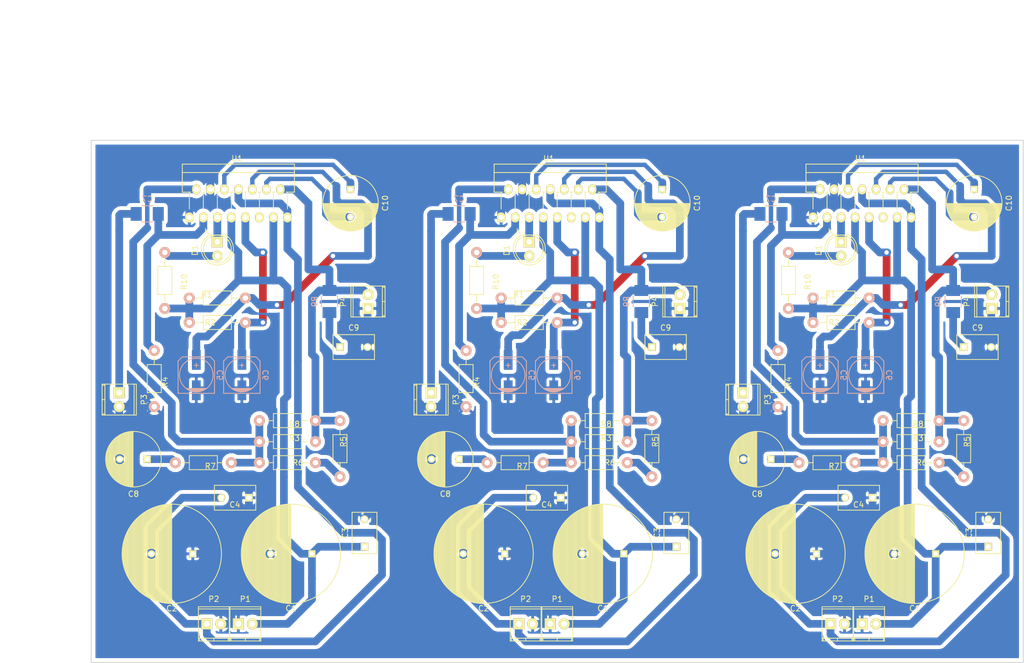
<source format=kicad_pcb>
(kicad_pcb (version 4) (host pcbnew 4.0.2-1.fc23-product)
  (title_block (title "3ch ballistic amp") (date 2016-12-10) (rev 1) (company "base48, snajpa & hexo"))
  (layers (0 F.Cu signal) (31 B.Cu signal) (34 B.Paste user) (35 F.Paste user) (36 B.SilkS user) (37 F.SilkS user) (38 B.Mask user) (39 F.Mask user) (44 Edge.Cuts user))
  (net 0 "")
  (net 1 VCC)
  (net 2 GND)
  (net 3 VEE)
  (net 4 MUTE)
  (net 5 STBY)
  (net 6 "Net-(C7-Pad1)")
  (net 7 "Net-(C7-Pad2)")
  (net 8 "Net-(C8-Pad1)")
  (net 9 "Net-(C9-Pad1)")
  (net 10 "Net-(C10-Pad1)")
  (net 11 "Net-(C10-Pad2)")
  (net 12 "Net-(R3-Pad2)")
  (net 13 "Net-(R5-Pad2)")
  (net 14 DRV)
  (net 15 "Net-(D1-Pad1)")
  (net 16 "Net-(D1-Pad2)")
  (net 17 "Net-(P4-Pad2)")
  (module Capacitors_ThroughHole:C_Radial_D18_L36_P7.5 (layer F.Cu) (at 212.725 130.81 180)
    (fp_text reference C1 (at 3.81 -9.906 180) (layer F.SilkS))
    (fp_text value 1000u)
    (pad 1 thru_hole rect (at 0 0 180) (size 1.3 1.3) (drill 0.8) (layers *.Cu *.Mask F.SilkS) (net 1 VCC))
    (pad 2 thru_hole circle (at 7.5 0 180) (size 1.3 1.3) (drill 0.8) (layers *.Cu *.Mask F.SilkS) (net 2 GND))
  )
  (module Capacitors_ThroughHole:C_Radial_D18_L36_P7.5 (layer F.Cu) (at 191.135 130.81 180)
    (fp_text reference C2 (at 3.81 -9.906 180) (layer F.SilkS))
    (fp_text value 1000u)
    (pad 1 thru_hole rect (at 0 0 180) (size 1.3 1.3) (drill 0.8) (layers *.Cu *.Mask F.SilkS) (net 2 GND))
    (pad 2 thru_hole circle (at 7.5 0 180) (size 1.3 1.3) (drill 0.8) (layers *.Cu *.Mask F.SilkS) (net 3 VEE))
  )
  (module Capacitors_ThroughHole:C_Disc_D7.5_P5 (layer F.Cu) (at 222.25 129.54 90)
    (fp_text reference C3 (at 2.5 -3.5 90) (layer F.SilkS))
    (fp_text value 100n)
    (pad 1 thru_hole rect (at 0 0 90) (size 1.4 1.4) (drill 0.9) (layers *.Cu *.Mask F.SilkS) (net 1 VCC))
    (pad 2 thru_hole circle (at 5 0 90) (size 1.4 1.4) (drill 0.9) (layers *.Cu *.Mask F.SilkS) (net 2 GND))
  )
  (module Capacitors_ThroughHole:C_Disc_D7.5_P5 (layer F.Cu) (at 201.295 120.65 180)
    (fp_text reference C4 (at 2.54 -1.27 180) (layer F.SilkS))
    (fp_text value 100n)
    (pad 1 thru_hole rect (at 0 0 180) (size 1.4 1.4) (drill 0.9) (layers *.Cu *.Mask F.SilkS) (net 2 GND))
    (pad 2 thru_hole circle (at 5 0 180) (size 1.4 1.4) (drill 0.9) (layers *.Cu *.Mask F.SilkS) (net 3 VEE))
  )
  (module Capacitors_SMD:c_elec_6.3x7.7 (layer B.Cu) (at 191.77 98.425 90)
    (fp_text reference C5 (at 0 4.318 90) (layer B.SilkS) (effects (justify mirror)))
    (fp_text value 22u)
    (pad 1 smd rect (at 2.75082 0 90) (size 3.59918 1.6002) (layers B.Cu B.Paste B.Mask) (net 4 MUTE))
    (pad 2 smd rect (at -2.75082 0 90) (size 3.59918 1.6002) (layers B.Cu B.Paste B.Mask) (net 2 GND))
  )
  (module Capacitors_SMD:c_elec_6.3x7.7 (layer B.Cu) (at 200.025 98.425 90)
    (fp_text reference C6 (at 0 4.318 90) (layer B.SilkS) (effects (justify mirror)))
    (fp_text value 22u)
    (pad 1 smd rect (at 2.75082 0 90) (size 3.59918 1.6002) (layers B.Cu B.Paste B.Mask) (net 5 STBY))
    (pad 2 smd rect (at -2.75082 0 90) (size 3.59918 1.6002) (layers B.Cu B.Paste B.Mask) (net 2 GND))
  )
  (module Capacitors_SMD:C_1210_HandSoldering (layer B.Cu) (at 182.88 69.215 180)
    (fp_text reference C7 (at 0 2.7 180) (layer B.SilkS) (effects (justify mirror)))
    (fp_text value 1u)
    (pad 1 smd rect (at -2 0 180) (size 2 2.5) (layers B.Cu B.Paste B.Mask) (net 6 "Net-(C7-Pad1)"))
    (pad 2 smd rect (at 2 0 180) (size 2 2.5) (layers B.Cu B.Paste B.Mask) (net 7 "Net-(C7-Pad2)"))
  )
  (module Capacitors_ThroughHole:C_Radial_D10_L21_P5 (layer F.Cu) (at 182.88 113.665 180)
    (fp_text reference C8 (at 2.5 -6.3 180) (layer F.SilkS))
    (fp_text value 22u)
    (pad 1 thru_hole rect (at 0 0 180) (size 1.3 1.3) (drill 0.8) (layers *.Cu *.Mask F.SilkS) (net 8 "Net-(C8-Pad1)"))
    (pad 2 thru_hole circle (at 5 0 180) (size 1.3 1.3) (drill 0.8) (layers *.Cu *.Mask F.SilkS) (net 2 GND))
  )
  (module Capacitors_ThroughHole:C_Disc_D7.5_P5 (layer F.Cu) (at 217.805 93.345)
    (fp_text reference C9 (at 2.5 -3.5) (layer F.SilkS))
    (fp_text value 100n)
    (pad 1 thru_hole rect (at 0 0) (size 1.4 1.4) (drill 0.9) (layers *.Cu *.Mask F.SilkS) (net 9 "Net-(C9-Pad1)"))
    (pad 2 thru_hole circle (at 5 0) (size 1.4 1.4) (drill 0.9) (layers *.Cu *.Mask F.SilkS) (net 2 GND))
  )
  (module Capacitors_ThroughHole:C_Radial_D10_L21_P5 (layer F.Cu) (at 219.71 64.77 270)
    (fp_text reference C10 (at 2.5 -6.3 270) (layer F.SilkS))
    (fp_text value 22u)
    (pad 1 thru_hole rect (at 0 0 270) (size 1.3 1.3) (drill 0.8) (layers *.Cu *.Mask F.SilkS) (net 10 "Net-(C10-Pad1)"))
    (pad 2 thru_hole circle (at 5 0 270) (size 1.3 1.3) (drill 0.8) (layers *.Cu *.Mask F.SilkS) (net 11 "Net-(C10-Pad2)"))
  )
  (module Terminal_Blocks:TerminalBlock_Pheonix_MPT-2.54mm_2pol (layer F.Cu) (at 199.39 143.51)
    (fp_text reference P1 (at 1.27 -4.50088) (layer F.SilkS))
    (fp_text value CONN_01X02)
    (pad 2 thru_hole oval (at 2.54 0) (size 1.99898 1.99898) (drill 1.09728) (layers *.Cu *.Mask F.SilkS) (net 1 VCC))
    (pad 1 thru_hole rect (at 0 0) (size 1.99898 1.99898) (drill 1.09728) (layers *.Cu *.Mask F.SilkS) (net 2 GND))
  )
  (module Terminal_Blocks:TerminalBlock_Pheonix_MPT-2.54mm_2pol (layer F.Cu) (at 193.675 143.51)
    (fp_text reference P2 (at 1.27 -4.50088) (layer F.SilkS))
    (fp_text value CONN_01X02)
    (pad 2 thru_hole oval (at 2.54 0) (size 1.99898 1.99898) (drill 1.09728) (layers *.Cu *.Mask F.SilkS) (net 2 GND))
    (pad 1 thru_hole rect (at 0 0) (size 1.99898 1.99898) (drill 1.09728) (layers *.Cu *.Mask F.SilkS) (net 3 VEE))
  )
  (module Terminal_Blocks:TerminalBlock_Pheonix_MPT-2.54mm_2pol (layer F.Cu) (at 177.8 101.6 270)
    (fp_text reference P3 (at 1.27 -4.50088 270) (layer F.SilkS))
    (fp_text value CONN_01X02)
    (pad 2 thru_hole oval (at 2.54 0 270) (size 1.99898 1.99898) (drill 1.09728) (layers *.Cu *.Mask F.SilkS) (net 2 GND))
    (pad 1 thru_hole rect (at 0 0 270) (size 1.99898 1.99898) (drill 1.09728) (layers *.Cu *.Mask F.SilkS) (net 7 "Net-(C7-Pad2)"))
  )
  (module Terminal_Blocks:TerminalBlock_Pheonix_MPT-2.54mm_2pol (layer F.Cu) (at 222.885 86.36 90)
    (fp_text reference P4 (at 1.27 -4.50088 90) (layer F.SilkS))
    (fp_text value CONN_01X02)
    (pad 2 thru_hole oval (at 2.54 0 90) (size 1.99898 1.99898) (drill 1.09728) (layers *.Cu *.Mask F.SilkS) (net 17 "Net-(P4-Pad2)"))
    (pad 1 thru_hole rect (at 0 0 90) (size 1.99898 1.99898) (drill 1.09728) (layers *.Cu *.Mask F.SilkS) (net 2 GND))
  )
  (module Resistors_ThroughHole:Resistor_Horizontal_RM10mm (layer F.Cu) (at 195.58 84.455)
    (fp_text reference R1 (at -1.905 -0.635) (layer F.SilkS))
    (fp_text value 33k)
    (pad 1 thru_hole circle (at -5.08 0) (size 1.99898 1.99898) (drill 1.00076) (layers *.Cu *.SilkS *.Mask) (net 1 VCC))
    (pad 2 thru_hole circle (at 5.08 0) (size 1.99898 1.99898) (drill 1.00076) (layers *.Cu *.SilkS *.Mask) (net 4 MUTE))
  )
  (module Resistors_ThroughHole:Resistor_Horizontal_RM10mm (layer F.Cu) (at 195.58 88.9)
    (fp_text reference R2 (at -1.27 0) (layer F.SilkS))
    (fp_text value 22k)
    (pad 1 thru_hole circle (at -5.08 0) (size 1.99898 1.99898) (drill 1.00076) (layers *.Cu *.SilkS *.Mask) (net 1 VCC))
    (pad 2 thru_hole circle (at 5.08 0) (size 1.99898 1.99898) (drill 1.00076) (layers *.Cu *.SilkS *.Mask) (net 5 STBY))
  )
  (module Resistors_ThroughHole:Resistor_Horizontal_RM10mm (layer F.Cu) (at 208.28 110.49 180)
    (fp_text reference R3 (at -1.27 0.635 180) (layer F.SilkS))
    (fp_text value RFB)
    (pad 1 thru_hole circle (at -5.08 0 180) (size 1.99898 1.99898) (drill 1.00076) (layers *.Cu *.SilkS *.Mask) (net 17 "Net-(P4-Pad2)"))
    (pad 2 thru_hole circle (at 5.08 0 180) (size 1.99898 1.99898) (drill 1.00076) (layers *.Cu *.SilkS *.Mask) (net 12 "Net-(R3-Pad2)"))
  )
  (module Resistors_ThroughHole:Resistor_Horizontal_RM10mm (layer F.Cu) (at 184.15 99.06 270)
    (fp_text reference R4 (at 0.635 -1.905 270) (layer F.SilkS))
    (fp_text value 22k)
    (pad 1 thru_hole circle (at -5.08 0 270) (size 1.99898 1.99898) (drill 1.00076) (layers *.Cu *.SilkS *.Mask) (net 6 "Net-(C7-Pad1)"))
    (pad 2 thru_hole circle (at 5.08 0 270) (size 1.99898 1.99898) (drill 1.00076) (layers *.Cu *.SilkS *.Mask) (net 2 GND))
  )
  (module Resistors_ThroughHole:Resistor_Horizontal_RM10mm (layer F.Cu) (at 217.805 111.76 270)
    (fp_text reference R5 (at -1.27 -0.635 270) (layer F.SilkS))
    (fp_text value RFB)
    (pad 1 thru_hole circle (at -5.08 0 270) (size 1.99898 1.99898) (drill 1.00076) (layers *.Cu *.SilkS *.Mask) (net 17 "Net-(P4-Pad2)"))
    (pad 2 thru_hole circle (at 5.08 0 270) (size 1.99898 1.99898) (drill 1.00076) (layers *.Cu *.SilkS *.Mask) (net 13 "Net-(R5-Pad2)"))
  )
  (module Resistors_ThroughHole:Resistor_Horizontal_RM10mm (layer F.Cu) (at 208.28 114.3 180)
    (fp_text reference R6 (at -1.905 0 180) (layer F.SilkS))
    (fp_text value RFB)
    (pad 1 thru_hole circle (at -5.08 0 180) (size 1.99898 1.99898) (drill 1.00076) (layers *.Cu *.SilkS *.Mask) (net 13 "Net-(R5-Pad2)"))
    (pad 2 thru_hole circle (at 5.08 0 180) (size 1.99898 1.99898) (drill 1.00076) (layers *.Cu *.SilkS *.Mask) (net 12 "Net-(R3-Pad2)"))
  )
  (module Resistors_ThroughHole:Resistor_Horizontal_RM10mm (layer F.Cu) (at 193.04 114.3 180)
    (fp_text reference R7 (at -1.27 -0.635 180) (layer F.SilkS))
    (fp_text value 680)
    (pad 1 thru_hole circle (at -5.08 0 180) (size 1.99898 1.99898) (drill 1.00076) (layers *.Cu *.SilkS *.Mask) (net 12 "Net-(R3-Pad2)"))
    (pad 2 thru_hole circle (at 5.08 0 180) (size 1.99898 1.99898) (drill 1.00076) (layers *.Cu *.SilkS *.Mask) (net 8 "Net-(C8-Pad1)"))
  )
  (module Resistors_ThroughHole:Resistor_Horizontal_RM10mm (layer F.Cu) (at 208.28 106.68 180)
    (fp_text reference R8 (at -1.27 -0.635 180) (layer F.SilkS))
    (fp_text value RFB)
    (pad 1 thru_hole circle (at -5.08 0 180) (size 1.99898 1.99898) (drill 1.00076) (layers *.Cu *.SilkS *.Mask) (net 17 "Net-(P4-Pad2)"))
    (pad 2 thru_hole circle (at 5.08 0 180) (size 1.99898 1.99898) (drill 1.00076) (layers *.Cu *.SilkS *.Mask) (net 12 "Net-(R3-Pad2)"))
  )
  (module Resistors_SMD:R_1210_HandSoldering (layer B.Cu) (at 215.9 85.09 270)
    (fp_text reference R9 (at 0 2.7 270) (layer B.SilkS) (effects (justify mirror)))
    (fp_text value 3R3)
    (pad 1 smd rect (at -2 0 270) (size 2 2.5) (layers B.Cu B.Paste B.Mask) (net 17 "Net-(P4-Pad2)"))
    (pad 2 smd rect (at 2 0 270) (size 2 2.5) (layers B.Cu B.Paste B.Mask) (net 9 "Net-(C9-Pad1)"))
  )
  (module TO_SOT_Packages_THT:Multiwatt_15_Vertical (layer F.Cu) (at 190.5 69.85)
    (fp_text reference U1 (at 8.636 -10.668) (layer F.SilkS))
    (fp_text value TDA7293V)
    (pad 1 thru_hole oval (at 0 0) (size 1.524 1.824) (drill 0.95) (layers *.Cu *.Mask F.SilkS) (net 2 GND))
    (pad 2 thru_hole oval (at 1.27 -5.08) (size 1.524 1.824) (drill 0.95) (layers *.Cu *.Mask F.SilkS) (net 12 "Net-(R3-Pad2)"))
    (pad 3 thru_hole oval (at 2.54 0) (size 1.524 1.824) (drill 0.95) (layers *.Cu *.Mask F.SilkS) (net 6 "Net-(C7-Pad1)"))
    (pad 4 thru_hole oval (at 3.81 -5.08) (size 1.524 1.824) (drill 0.95) (layers *.Cu *.Mask F.SilkS) (net 2 GND))
    (pad 5 thru_hole oval (at 5.08 0) (size 1.524 1.824) (drill 0.95) (layers *.Cu *.Mask F.SilkS) (net 15 "Net-(D1-Pad1)"))
    (pad 6 thru_hole oval (at 6.35 -5.08) (size 1.524 1.824) (drill 0.95) (layers *.Cu *.Mask F.SilkS) (net 10 "Net-(C10-Pad1)"))
    (pad 7 thru_hole oval (at 7.62 0) (size 1.524 1.824) (drill 0.95) (layers *.Cu *.Mask F.SilkS) (net 1 VCC))
    (pad 8 thru_hole oval (at 8.89 -5.08) (size 1.524 1.824) (drill 0.95) (layers *.Cu *.Mask F.SilkS) (net 3 VEE))
    (pad 9 thru_hole oval (at 10.16 0) (size 1.524 1.824) (drill 0.95) (layers *.Cu *.Mask F.SilkS) (net 5 STBY))
    (pad 10 thru_hole oval (at 11.43 -5.08) (size 1.524 1.824) (drill 0.95) (layers *.Cu *.Mask F.SilkS) (net 4 MUTE))
    (pad 11 thru_hole oval (at 12.7 0) (size 1.524 1.824) (drill 0.95) (layers *.Cu *.Mask F.SilkS) (net 14 DRV))
    (pad 12 thru_hole oval (at 13.97 -5.08) (size 1.524 1.824) (drill 0.95) (layers *.Cu *.Mask F.SilkS) (net 11 "Net-(C10-Pad2)"))
    (pad 13 thru_hole oval (at 15.24 0) (size 1.524 1.824) (drill 0.95) (layers *.Cu *.Mask F.SilkS) (net 1 VCC))
    (pad 14 thru_hole oval (at 16.51 -5.08) (size 1.524 1.824) (drill 0.95) (layers *.Cu *.Mask F.SilkS) (net 17 "Net-(P4-Pad2)"))
    (pad 15 thru_hole oval (at 17.78 0) (size 1.524 1.824) (drill 0.95) (layers *.Cu *.Mask F.SilkS) (net 3 VEE))
  )
  (module LEDs:LED-5MM (layer F.Cu) (at 195.58 74.295 270)
    (fp_text reference D1 (at 1.524 4.064 270) (layer F.SilkS))
    (fp_text value Led_Small)
    (fp_text user K (at -1.905 1.905 360) (layer F.SilkS))
    (pad 1 thru_hole rect (at 0 0) (size 2 1.9) (drill 1.00076) (layers *.Cu *.Mask F.SilkS) (net 15 "Net-(D1-Pad1)"))
    (pad 2 thru_hole circle (at 2.54 0 270) (size 1.9 1.9) (drill 1.00076) (layers *.Cu *.Mask F.SilkS) (net 16 "Net-(D1-Pad2)"))
  )
  (module Resistors_ThroughHole:Resistor_Horizontal_RM10mm (layer F.Cu) (at 186.055 81.28 270)
    (fp_text reference R10 (at 0.24892 -3.50012 270) (layer F.SilkS))
    (fp_text value 22k)
    (pad 1 thru_hole circle (at -5.08 0 270) (size 1.99898 1.99898) (drill 1.00076) (layers *.Cu *.SilkS *.Mask) (net 16 "Net-(D1-Pad2)"))
    (pad 2 thru_hole circle (at 5.08 0 270) (size 1.99898 1.99898) (drill 1.00076) (layers *.Cu *.SilkS *.Mask) (net 1 VCC))
  )
  (module Resistors_ThroughHole:Resistor_Horizontal_RM10mm (layer F.Cu) (at 129.54 81.28 270)
    (fp_text reference R10 (at 0.24892 -3.50012 270) (layer F.SilkS))
    (fp_text value 22k)
    (pad 1 thru_hole circle (at -5.08 0 270) (size 1.99898 1.99898) (drill 1.00076) (layers *.Cu *.SilkS *.Mask) (net 16 "Net-(D1-Pad2)"))
    (pad 2 thru_hole circle (at 5.08 0 270) (size 1.99898 1.99898) (drill 1.00076) (layers *.Cu *.SilkS *.Mask) (net 1 VCC))
  )
  (module LEDs:LED-5MM (layer F.Cu) (at 139.065 74.295 270)
    (fp_text reference D1 (at 1.524 4.064 270) (layer F.SilkS))
    (fp_text value Led_Small)
    (fp_text user K (at -1.905 1.905 360) (layer F.SilkS))
    (pad 1 thru_hole rect (at 0 0) (size 2 1.9) (drill 1.00076) (layers *.Cu *.Mask F.SilkS) (net 15 "Net-(D1-Pad1)"))
    (pad 2 thru_hole circle (at 2.54 0 270) (size 1.9 1.9) (drill 1.00076) (layers *.Cu *.Mask F.SilkS) (net 16 "Net-(D1-Pad2)"))
  )
  (module TO_SOT_Packages_THT:Multiwatt_15_Vertical (layer F.Cu) (at 133.985 69.85)
    (fp_text reference U1 (at 8.636 -10.668) (layer F.SilkS))
    (fp_text value TDA7293V)
    (pad 1 thru_hole oval (at 0 0) (size 1.524 1.824) (drill 0.95) (layers *.Cu *.Mask F.SilkS) (net 2 GND))
    (pad 2 thru_hole oval (at 1.27 -5.08) (size 1.524 1.824) (drill 0.95) (layers *.Cu *.Mask F.SilkS) (net 12 "Net-(R3-Pad2)"))
    (pad 3 thru_hole oval (at 2.54 0) (size 1.524 1.824) (drill 0.95) (layers *.Cu *.Mask F.SilkS) (net 6 "Net-(C7-Pad1)"))
    (pad 4 thru_hole oval (at 3.81 -5.08) (size 1.524 1.824) (drill 0.95) (layers *.Cu *.Mask F.SilkS) (net 2 GND))
    (pad 5 thru_hole oval (at 5.08 0) (size 1.524 1.824) (drill 0.95) (layers *.Cu *.Mask F.SilkS) (net 15 "Net-(D1-Pad1)"))
    (pad 6 thru_hole oval (at 6.35 -5.08) (size 1.524 1.824) (drill 0.95) (layers *.Cu *.Mask F.SilkS) (net 10 "Net-(C10-Pad1)"))
    (pad 7 thru_hole oval (at 7.62 0) (size 1.524 1.824) (drill 0.95) (layers *.Cu *.Mask F.SilkS) (net 1 VCC))
    (pad 8 thru_hole oval (at 8.89 -5.08) (size 1.524 1.824) (drill 0.95) (layers *.Cu *.Mask F.SilkS) (net 3 VEE))
    (pad 9 thru_hole oval (at 10.16 0) (size 1.524 1.824) (drill 0.95) (layers *.Cu *.Mask F.SilkS) (net 5 STBY))
    (pad 10 thru_hole oval (at 11.43 -5.08) (size 1.524 1.824) (drill 0.95) (layers *.Cu *.Mask F.SilkS) (net 4 MUTE))
    (pad 11 thru_hole oval (at 12.7 0) (size 1.524 1.824) (drill 0.95) (layers *.Cu *.Mask F.SilkS) (net 14 DRV))
    (pad 12 thru_hole oval (at 13.97 -5.08) (size 1.524 1.824) (drill 0.95) (layers *.Cu *.Mask F.SilkS) (net 11 "Net-(C10-Pad2)"))
    (pad 13 thru_hole oval (at 15.24 0) (size 1.524 1.824) (drill 0.95) (layers *.Cu *.Mask F.SilkS) (net 1 VCC))
    (pad 14 thru_hole oval (at 16.51 -5.08) (size 1.524 1.824) (drill 0.95) (layers *.Cu *.Mask F.SilkS) (net 17 "Net-(P4-Pad2)"))
    (pad 15 thru_hole oval (at 17.78 0) (size 1.524 1.824) (drill 0.95) (layers *.Cu *.Mask F.SilkS) (net 3 VEE))
  )
  (module Resistors_SMD:R_1210_HandSoldering (layer B.Cu) (at 159.385 85.09 270)
    (fp_text reference R9 (at 0 2.7 270) (layer B.SilkS) (effects (justify mirror)))
    (fp_text value 3R3)
    (pad 1 smd rect (at -2 0 270) (size 2 2.5) (layers B.Cu B.Paste B.Mask) (net 17 "Net-(P4-Pad2)"))
    (pad 2 smd rect (at 2 0 270) (size 2 2.5) (layers B.Cu B.Paste B.Mask) (net 9 "Net-(C9-Pad1)"))
  )
  (module Resistors_ThroughHole:Resistor_Horizontal_RM10mm (layer F.Cu) (at 151.765 106.68 180)
    (fp_text reference R8 (at -1.27 -0.635 180) (layer F.SilkS))
    (fp_text value RFB)
    (pad 1 thru_hole circle (at -5.08 0 180) (size 1.99898 1.99898) (drill 1.00076) (layers *.Cu *.SilkS *.Mask) (net 17 "Net-(P4-Pad2)"))
    (pad 2 thru_hole circle (at 5.08 0 180) (size 1.99898 1.99898) (drill 1.00076) (layers *.Cu *.SilkS *.Mask) (net 12 "Net-(R3-Pad2)"))
  )
  (module Resistors_ThroughHole:Resistor_Horizontal_RM10mm (layer F.Cu) (at 136.525 114.3 180)
    (fp_text reference R7 (at -1.27 -0.635 180) (layer F.SilkS))
    (fp_text value 680)
    (pad 1 thru_hole circle (at -5.08 0 180) (size 1.99898 1.99898) (drill 1.00076) (layers *.Cu *.SilkS *.Mask) (net 12 "Net-(R3-Pad2)"))
    (pad 2 thru_hole circle (at 5.08 0 180) (size 1.99898 1.99898) (drill 1.00076) (layers *.Cu *.SilkS *.Mask) (net 8 "Net-(C8-Pad1)"))
  )
  (module Resistors_ThroughHole:Resistor_Horizontal_RM10mm (layer F.Cu) (at 151.765 114.3 180)
    (fp_text reference R6 (at -1.905 0 180) (layer F.SilkS))
    (fp_text value RFB)
    (pad 1 thru_hole circle (at -5.08 0 180) (size 1.99898 1.99898) (drill 1.00076) (layers *.Cu *.SilkS *.Mask) (net 13 "Net-(R5-Pad2)"))
    (pad 2 thru_hole circle (at 5.08 0 180) (size 1.99898 1.99898) (drill 1.00076) (layers *.Cu *.SilkS *.Mask) (net 12 "Net-(R3-Pad2)"))
  )
  (module Resistors_ThroughHole:Resistor_Horizontal_RM10mm (layer F.Cu) (at 161.29 111.76 270)
    (fp_text reference R5 (at -1.27 -0.635 270) (layer F.SilkS))
    (fp_text value RFB)
    (pad 1 thru_hole circle (at -5.08 0 270) (size 1.99898 1.99898) (drill 1.00076) (layers *.Cu *.SilkS *.Mask) (net 17 "Net-(P4-Pad2)"))
    (pad 2 thru_hole circle (at 5.08 0 270) (size 1.99898 1.99898) (drill 1.00076) (layers *.Cu *.SilkS *.Mask) (net 13 "Net-(R5-Pad2)"))
  )
  (module Resistors_ThroughHole:Resistor_Horizontal_RM10mm (layer F.Cu) (at 127.635 99.06 270)
    (fp_text reference R4 (at 0.635 -1.905 270) (layer F.SilkS))
    (fp_text value 22k)
    (pad 1 thru_hole circle (at -5.08 0 270) (size 1.99898 1.99898) (drill 1.00076) (layers *.Cu *.SilkS *.Mask) (net 6 "Net-(C7-Pad1)"))
    (pad 2 thru_hole circle (at 5.08 0 270) (size 1.99898 1.99898) (drill 1.00076) (layers *.Cu *.SilkS *.Mask) (net 2 GND))
  )
  (module Resistors_ThroughHole:Resistor_Horizontal_RM10mm (layer F.Cu) (at 151.765 110.49 180)
    (fp_text reference R3 (at -1.27 0.635 180) (layer F.SilkS))
    (fp_text value RFB)
    (pad 1 thru_hole circle (at -5.08 0 180) (size 1.99898 1.99898) (drill 1.00076) (layers *.Cu *.SilkS *.Mask) (net 17 "Net-(P4-Pad2)"))
    (pad 2 thru_hole circle (at 5.08 0 180) (size 1.99898 1.99898) (drill 1.00076) (layers *.Cu *.SilkS *.Mask) (net 12 "Net-(R3-Pad2)"))
  )
  (module Resistors_ThroughHole:Resistor_Horizontal_RM10mm (layer F.Cu) (at 139.065 88.9)
    (fp_text reference R2 (at -1.27 0) (layer F.SilkS))
    (fp_text value 22k)
    (pad 1 thru_hole circle (at -5.08 0) (size 1.99898 1.99898) (drill 1.00076) (layers *.Cu *.SilkS *.Mask) (net 1 VCC))
    (pad 2 thru_hole circle (at 5.08 0) (size 1.99898 1.99898) (drill 1.00076) (layers *.Cu *.SilkS *.Mask) (net 5 STBY))
  )
  (module Resistors_ThroughHole:Resistor_Horizontal_RM10mm (layer F.Cu) (at 139.065 84.455)
    (fp_text reference R1 (at -1.905 -0.635) (layer F.SilkS))
    (fp_text value 33k)
    (pad 1 thru_hole circle (at -5.08 0) (size 1.99898 1.99898) (drill 1.00076) (layers *.Cu *.SilkS *.Mask) (net 1 VCC))
    (pad 2 thru_hole circle (at 5.08 0) (size 1.99898 1.99898) (drill 1.00076) (layers *.Cu *.SilkS *.Mask) (net 4 MUTE))
  )
  (module Terminal_Blocks:TerminalBlock_Pheonix_MPT-2.54mm_2pol (layer F.Cu) (at 166.37 86.36 90)
    (fp_text reference P4 (at 1.27 -4.50088 90) (layer F.SilkS))
    (fp_text value CONN_01X02)
    (pad 2 thru_hole oval (at 2.54 0 90) (size 1.99898 1.99898) (drill 1.09728) (layers *.Cu *.Mask F.SilkS) (net 17 "Net-(P4-Pad2)"))
    (pad 1 thru_hole rect (at 0 0 90) (size 1.99898 1.99898) (drill 1.09728) (layers *.Cu *.Mask F.SilkS) (net 2 GND))
  )
  (module Terminal_Blocks:TerminalBlock_Pheonix_MPT-2.54mm_2pol (layer F.Cu) (at 121.285 101.6 270)
    (fp_text reference P3 (at 1.27 -4.50088 270) (layer F.SilkS))
    (fp_text value CONN_01X02)
    (pad 2 thru_hole oval (at 2.54 0 270) (size 1.99898 1.99898) (drill 1.09728) (layers *.Cu *.Mask F.SilkS) (net 2 GND))
    (pad 1 thru_hole rect (at 0 0 270) (size 1.99898 1.99898) (drill 1.09728) (layers *.Cu *.Mask F.SilkS) (net 7 "Net-(C7-Pad2)"))
  )
  (module Terminal_Blocks:TerminalBlock_Pheonix_MPT-2.54mm_2pol (layer F.Cu) (at 137.16 143.51)
    (fp_text reference P2 (at 1.27 -4.50088) (layer F.SilkS))
    (fp_text value CONN_01X02)
    (pad 2 thru_hole oval (at 2.54 0) (size 1.99898 1.99898) (drill 1.09728) (layers *.Cu *.Mask F.SilkS) (net 2 GND))
    (pad 1 thru_hole rect (at 0 0) (size 1.99898 1.99898) (drill 1.09728) (layers *.Cu *.Mask F.SilkS) (net 3 VEE))
  )
  (module Terminal_Blocks:TerminalBlock_Pheonix_MPT-2.54mm_2pol (layer F.Cu) (at 142.875 143.51)
    (fp_text reference P1 (at 1.27 -4.50088) (layer F.SilkS))
    (fp_text value CONN_01X02)
    (pad 2 thru_hole oval (at 2.54 0) (size 1.99898 1.99898) (drill 1.09728) (layers *.Cu *.Mask F.SilkS) (net 1 VCC))
    (pad 1 thru_hole rect (at 0 0) (size 1.99898 1.99898) (drill 1.09728) (layers *.Cu *.Mask F.SilkS) (net 2 GND))
  )
  (module Capacitors_ThroughHole:C_Radial_D10_L21_P5 (layer F.Cu) (at 163.195 64.77 270)
    (fp_text reference C10 (at 2.5 -6.3 270) (layer F.SilkS))
    (fp_text value 22u)
    (pad 1 thru_hole rect (at 0 0 270) (size 1.3 1.3) (drill 0.8) (layers *.Cu *.Mask F.SilkS) (net 10 "Net-(C10-Pad1)"))
    (pad 2 thru_hole circle (at 5 0 270) (size 1.3 1.3) (drill 0.8) (layers *.Cu *.Mask F.SilkS) (net 11 "Net-(C10-Pad2)"))
  )
  (module Capacitors_ThroughHole:C_Disc_D7.5_P5 (layer F.Cu) (at 161.29 93.345)
    (fp_text reference C9 (at 2.5 -3.5) (layer F.SilkS))
    (fp_text value 100n)
    (pad 1 thru_hole rect (at 0 0) (size 1.4 1.4) (drill 0.9) (layers *.Cu *.Mask F.SilkS) (net 9 "Net-(C9-Pad1)"))
    (pad 2 thru_hole circle (at 5 0) (size 1.4 1.4) (drill 0.9) (layers *.Cu *.Mask F.SilkS) (net 2 GND))
  )
  (module Capacitors_ThroughHole:C_Radial_D10_L21_P5 (layer F.Cu) (at 126.365 113.665 180)
    (fp_text reference C8 (at 2.5 -6.3 180) (layer F.SilkS))
    (fp_text value 22u)
    (pad 1 thru_hole rect (at 0 0 180) (size 1.3 1.3) (drill 0.8) (layers *.Cu *.Mask F.SilkS) (net 8 "Net-(C8-Pad1)"))
    (pad 2 thru_hole circle (at 5 0 180) (size 1.3 1.3) (drill 0.8) (layers *.Cu *.Mask F.SilkS) (net 2 GND))
  )
  (module Capacitors_SMD:C_1210_HandSoldering (layer B.Cu) (at 126.365 69.215 180)
    (fp_text reference C7 (at 0 2.7 180) (layer B.SilkS) (effects (justify mirror)))
    (fp_text value 1u)
    (pad 1 smd rect (at -2 0 180) (size 2 2.5) (layers B.Cu B.Paste B.Mask) (net 6 "Net-(C7-Pad1)"))
    (pad 2 smd rect (at 2 0 180) (size 2 2.5) (layers B.Cu B.Paste B.Mask) (net 7 "Net-(C7-Pad2)"))
  )
  (module Capacitors_SMD:c_elec_6.3x7.7 (layer B.Cu) (at 143.51 98.425 90)
    (fp_text reference C6 (at 0 4.318 90) (layer B.SilkS) (effects (justify mirror)))
    (fp_text value 22u)
    (pad 1 smd rect (at 2.75082 0 90) (size 3.59918 1.6002) (layers B.Cu B.Paste B.Mask) (net 5 STBY))
    (pad 2 smd rect (at -2.75082 0 90) (size 3.59918 1.6002) (layers B.Cu B.Paste B.Mask) (net 2 GND))
  )
  (module Capacitors_SMD:c_elec_6.3x7.7 (layer B.Cu) (at 135.255 98.425 90)
    (fp_text reference C5 (at 0 4.318 90) (layer B.SilkS) (effects (justify mirror)))
    (fp_text value 22u)
    (pad 1 smd rect (at 2.75082 0 90) (size 3.59918 1.6002) (layers B.Cu B.Paste B.Mask) (net 4 MUTE))
    (pad 2 smd rect (at -2.75082 0 90) (size 3.59918 1.6002) (layers B.Cu B.Paste B.Mask) (net 2 GND))
  )
  (module Capacitors_ThroughHole:C_Disc_D7.5_P5 (layer F.Cu) (at 144.78 120.65 180)
    (fp_text reference C4 (at 2.54 -1.27 180) (layer F.SilkS))
    (fp_text value 100n)
    (pad 1 thru_hole rect (at 0 0 180) (size 1.4 1.4) (drill 0.9) (layers *.Cu *.Mask F.SilkS) (net 2 GND))
    (pad 2 thru_hole circle (at 5 0 180) (size 1.4 1.4) (drill 0.9) (layers *.Cu *.Mask F.SilkS) (net 3 VEE))
  )
  (module Capacitors_ThroughHole:C_Disc_D7.5_P5 (layer F.Cu) (at 165.735 129.54 90)
    (fp_text reference C3 (at 2.5 -3.5 90) (layer F.SilkS))
    (fp_text value 100n)
    (pad 1 thru_hole rect (at 0 0 90) (size 1.4 1.4) (drill 0.9) (layers *.Cu *.Mask F.SilkS) (net 1 VCC))
    (pad 2 thru_hole circle (at 5 0 90) (size 1.4 1.4) (drill 0.9) (layers *.Cu *.Mask F.SilkS) (net 2 GND))
  )
  (module Capacitors_ThroughHole:C_Radial_D18_L36_P7.5 (layer F.Cu) (at 134.62 130.81 180)
    (fp_text reference C2 (at 3.81 -9.906 180) (layer F.SilkS))
    (fp_text value 1000u)
    (pad 1 thru_hole rect (at 0 0 180) (size 1.3 1.3) (drill 0.8) (layers *.Cu *.Mask F.SilkS) (net 2 GND))
    (pad 2 thru_hole circle (at 7.5 0 180) (size 1.3 1.3) (drill 0.8) (layers *.Cu *.Mask F.SilkS) (net 3 VEE))
  )
  (module Capacitors_ThroughHole:C_Radial_D18_L36_P7.5 (layer F.Cu) (at 156.21 130.81 180)
    (fp_text reference C1 (at 3.81 -9.906 180) (layer F.SilkS))
    (fp_text value 1000u)
    (pad 1 thru_hole rect (at 0 0 180) (size 1.3 1.3) (drill 0.8) (layers *.Cu *.Mask F.SilkS) (net 1 VCC))
    (pad 2 thru_hole circle (at 7.5 0 180) (size 1.3 1.3) (drill 0.8) (layers *.Cu *.Mask F.SilkS) (net 2 GND))
  )
  (module Capacitors_ThroughHole:C_Radial_D18_L36_P7.5 (layer F.Cu) (at 99.695 130.81 180)
    (fp_text reference C1 (at 3.81 -9.906 180) (layer F.SilkS))
    (fp_text value 1000u)
    (pad 1 thru_hole rect (at 0 0 180) (size 1.3 1.3) (drill 0.8) (layers *.Cu *.Mask F.SilkS) (net 1 VCC))
    (pad 2 thru_hole circle (at 7.5 0 180) (size 1.3 1.3) (drill 0.8) (layers *.Cu *.Mask F.SilkS) (net 2 GND))
  )
  (module Capacitors_ThroughHole:C_Radial_D18_L36_P7.5 (layer F.Cu) (at 78.105 130.81 180)
    (fp_text reference C2 (at 3.81 -9.906 180) (layer F.SilkS))
    (fp_text value 1000u)
    (pad 1 thru_hole rect (at 0 0 180) (size 1.3 1.3) (drill 0.8) (layers *.Cu *.Mask F.SilkS) (net 2 GND))
    (pad 2 thru_hole circle (at 7.5 0 180) (size 1.3 1.3) (drill 0.8) (layers *.Cu *.Mask F.SilkS) (net 3 VEE))
  )
  (module Capacitors_ThroughHole:C_Disc_D7.5_P5 (layer F.Cu) (at 109.22 129.54 90)
    (fp_text reference C3 (at 2.5 -3.5 90) (layer F.SilkS))
    (fp_text value 100n)
    (pad 1 thru_hole rect (at 0 0 90) (size 1.4 1.4) (drill 0.9) (layers *.Cu *.Mask F.SilkS) (net 1 VCC))
    (pad 2 thru_hole circle (at 5 0 90) (size 1.4 1.4) (drill 0.9) (layers *.Cu *.Mask F.SilkS) (net 2 GND))
  )
  (module Capacitors_ThroughHole:C_Disc_D7.5_P5 (layer F.Cu) (at 88.265 120.65 180)
    (fp_text reference C4 (at 2.54 -1.27 180) (layer F.SilkS))
    (fp_text value 100n)
    (pad 1 thru_hole rect (at 0 0 180) (size 1.4 1.4) (drill 0.9) (layers *.Cu *.Mask F.SilkS) (net 2 GND))
    (pad 2 thru_hole circle (at 5 0 180) (size 1.4 1.4) (drill 0.9) (layers *.Cu *.Mask F.SilkS) (net 3 VEE))
  )
  (module Capacitors_SMD:c_elec_6.3x7.7 (layer B.Cu) (at 78.74 98.425 90)
    (fp_text reference C5 (at 0 4.318 90) (layer B.SilkS) (effects (justify mirror)))
    (fp_text value 22u)
    (pad 1 smd rect (at 2.75082 0 90) (size 3.59918 1.6002) (layers B.Cu B.Paste B.Mask) (net 4 MUTE))
    (pad 2 smd rect (at -2.75082 0 90) (size 3.59918 1.6002) (layers B.Cu B.Paste B.Mask) (net 2 GND))
  )
  (module Capacitors_SMD:c_elec_6.3x7.7 (layer B.Cu) (at 86.995 98.425 90)
    (fp_text reference C6 (at 0 4.318 90) (layer B.SilkS) (effects (justify mirror)))
    (fp_text value 22u)
    (pad 1 smd rect (at 2.75082 0 90) (size 3.59918 1.6002) (layers B.Cu B.Paste B.Mask) (net 5 STBY))
    (pad 2 smd rect (at -2.75082 0 90) (size 3.59918 1.6002) (layers B.Cu B.Paste B.Mask) (net 2 GND))
  )
  (module Capacitors_SMD:C_1210_HandSoldering (layer B.Cu) (at 69.85 69.215 180)
    (fp_text reference C7 (at 0 2.7 180) (layer B.SilkS) (effects (justify mirror)))
    (fp_text value 1u)
    (pad 1 smd rect (at -2 0 180) (size 2 2.5) (layers B.Cu B.Paste B.Mask) (net 6 "Net-(C7-Pad1)"))
    (pad 2 smd rect (at 2 0 180) (size 2 2.5) (layers B.Cu B.Paste B.Mask) (net 7 "Net-(C7-Pad2)"))
  )
  (module Capacitors_ThroughHole:C_Radial_D10_L21_P5 (layer F.Cu) (at 69.85 113.665 180)
    (fp_text reference C8 (at 2.5 -6.3 180) (layer F.SilkS))
    (fp_text value 22u)
    (pad 1 thru_hole rect (at 0 0 180) (size 1.3 1.3) (drill 0.8) (layers *.Cu *.Mask F.SilkS) (net 8 "Net-(C8-Pad1)"))
    (pad 2 thru_hole circle (at 5 0 180) (size 1.3 1.3) (drill 0.8) (layers *.Cu *.Mask F.SilkS) (net 2 GND))
  )
  (module Capacitors_ThroughHole:C_Disc_D7.5_P5 (layer F.Cu) (at 104.775 93.345)
    (fp_text reference C9 (at 2.5 -3.5) (layer F.SilkS))
    (fp_text value 100n)
    (pad 1 thru_hole rect (at 0 0) (size 1.4 1.4) (drill 0.9) (layers *.Cu *.Mask F.SilkS) (net 9 "Net-(C9-Pad1)"))
    (pad 2 thru_hole circle (at 5 0) (size 1.4 1.4) (drill 0.9) (layers *.Cu *.Mask F.SilkS) (net 2 GND))
  )
  (module Capacitors_ThroughHole:C_Radial_D10_L21_P5 (layer F.Cu) (at 106.68 64.77 270)
    (fp_text reference C10 (at 2.5 -6.3 270) (layer F.SilkS))
    (fp_text value 22u)
    (pad 1 thru_hole rect (at 0 0 270) (size 1.3 1.3) (drill 0.8) (layers *.Cu *.Mask F.SilkS) (net 10 "Net-(C10-Pad1)"))
    (pad 2 thru_hole circle (at 5 0 270) (size 1.3 1.3) (drill 0.8) (layers *.Cu *.Mask F.SilkS) (net 11 "Net-(C10-Pad2)"))
  )
  (module Terminal_Blocks:TerminalBlock_Pheonix_MPT-2.54mm_2pol (layer F.Cu) (at 86.36 143.51)
    (fp_text reference P1 (at 1.27 -4.50088) (layer F.SilkS))
    (fp_text value CONN_01X02)
    (pad 2 thru_hole oval (at 2.54 0) (size 1.99898 1.99898) (drill 1.09728) (layers *.Cu *.Mask F.SilkS) (net 1 VCC))
    (pad 1 thru_hole rect (at 0 0) (size 1.99898 1.99898) (drill 1.09728) (layers *.Cu *.Mask F.SilkS) (net 2 GND))
  )
  (module Terminal_Blocks:TerminalBlock_Pheonix_MPT-2.54mm_2pol (layer F.Cu) (at 80.645 143.51)
    (fp_text reference P2 (at 1.27 -4.50088) (layer F.SilkS))
    (fp_text value CONN_01X02)
    (pad 2 thru_hole oval (at 2.54 0) (size 1.99898 1.99898) (drill 1.09728) (layers *.Cu *.Mask F.SilkS) (net 2 GND))
    (pad 1 thru_hole rect (at 0 0) (size 1.99898 1.99898) (drill 1.09728) (layers *.Cu *.Mask F.SilkS) (net 3 VEE))
  )
  (module Terminal_Blocks:TerminalBlock_Pheonix_MPT-2.54mm_2pol (layer F.Cu) (at 64.77 101.6 270)
    (fp_text reference P3 (at 1.27 -4.50088 270) (layer F.SilkS))
    (fp_text value CONN_01X02)
    (pad 2 thru_hole oval (at 2.54 0 270) (size 1.99898 1.99898) (drill 1.09728) (layers *.Cu *.Mask F.SilkS) (net 2 GND))
    (pad 1 thru_hole rect (at 0 0 270) (size 1.99898 1.99898) (drill 1.09728) (layers *.Cu *.Mask F.SilkS) (net 7 "Net-(C7-Pad2)"))
  )
  (module Terminal_Blocks:TerminalBlock_Pheonix_MPT-2.54mm_2pol (layer F.Cu) (at 109.855 86.36 90)
    (fp_text reference P4 (at 1.27 -4.50088 90) (layer F.SilkS))
    (fp_text value CONN_01X02)
    (pad 2 thru_hole oval (at 2.54 0 90) (size 1.99898 1.99898) (drill 1.09728) (layers *.Cu *.Mask F.SilkS) (net 17 "Net-(P4-Pad2)"))
    (pad 1 thru_hole rect (at 0 0 90) (size 1.99898 1.99898) (drill 1.09728) (layers *.Cu *.Mask F.SilkS) (net 2 GND))
  )
  (module Resistors_ThroughHole:Resistor_Horizontal_RM10mm (layer F.Cu) (at 82.55 84.455)
    (fp_text reference R1 (at -1.905 -0.635) (layer F.SilkS))
    (fp_text value 33k)
    (pad 1 thru_hole circle (at -5.08 0) (size 1.99898 1.99898) (drill 1.00076) (layers *.Cu *.SilkS *.Mask) (net 1 VCC))
    (pad 2 thru_hole circle (at 5.08 0) (size 1.99898 1.99898) (drill 1.00076) (layers *.Cu *.SilkS *.Mask) (net 4 MUTE))
  )
  (module Resistors_ThroughHole:Resistor_Horizontal_RM10mm (layer F.Cu) (at 82.55 88.9)
    (fp_text reference R2 (at -1.27 0) (layer F.SilkS))
    (fp_text value 22k)
    (pad 1 thru_hole circle (at -5.08 0) (size 1.99898 1.99898) (drill 1.00076) (layers *.Cu *.SilkS *.Mask) (net 1 VCC))
    (pad 2 thru_hole circle (at 5.08 0) (size 1.99898 1.99898) (drill 1.00076) (layers *.Cu *.SilkS *.Mask) (net 5 STBY))
  )
  (module Resistors_ThroughHole:Resistor_Horizontal_RM10mm (layer F.Cu) (at 95.25 110.49 180)
    (fp_text reference R3 (at -1.27 0.635 180) (layer F.SilkS))
    (fp_text value RFB)
    (pad 1 thru_hole circle (at -5.08 0 180) (size 1.99898 1.99898) (drill 1.00076) (layers *.Cu *.SilkS *.Mask) (net 17 "Net-(P4-Pad2)"))
    (pad 2 thru_hole circle (at 5.08 0 180) (size 1.99898 1.99898) (drill 1.00076) (layers *.Cu *.SilkS *.Mask) (net 12 "Net-(R3-Pad2)"))
  )
  (module Resistors_ThroughHole:Resistor_Horizontal_RM10mm (layer F.Cu) (at 71.12 99.06 270)
    (fp_text reference R4 (at 0.635 -1.905 270) (layer F.SilkS))
    (fp_text value 22k)
    (pad 1 thru_hole circle (at -5.08 0 270) (size 1.99898 1.99898) (drill 1.00076) (layers *.Cu *.SilkS *.Mask) (net 6 "Net-(C7-Pad1)"))
    (pad 2 thru_hole circle (at 5.08 0 270) (size 1.99898 1.99898) (drill 1.00076) (layers *.Cu *.SilkS *.Mask) (net 2 GND))
  )
  (module Resistors_ThroughHole:Resistor_Horizontal_RM10mm (layer F.Cu) (at 104.775 111.76 270)
    (fp_text reference R5 (at -1.27 -0.635 270) (layer F.SilkS))
    (fp_text value RFB)
    (pad 1 thru_hole circle (at -5.08 0 270) (size 1.99898 1.99898) (drill 1.00076) (layers *.Cu *.SilkS *.Mask) (net 17 "Net-(P4-Pad2)"))
    (pad 2 thru_hole circle (at 5.08 0 270) (size 1.99898 1.99898) (drill 1.00076) (layers *.Cu *.SilkS *.Mask) (net 13 "Net-(R5-Pad2)"))
  )
  (module Resistors_ThroughHole:Resistor_Horizontal_RM10mm (layer F.Cu) (at 95.25 114.3 180)
    (fp_text reference R6 (at -1.905 0 180) (layer F.SilkS))
    (fp_text value RFB)
    (pad 1 thru_hole circle (at -5.08 0 180) (size 1.99898 1.99898) (drill 1.00076) (layers *.Cu *.SilkS *.Mask) (net 13 "Net-(R5-Pad2)"))
    (pad 2 thru_hole circle (at 5.08 0 180) (size 1.99898 1.99898) (drill 1.00076) (layers *.Cu *.SilkS *.Mask) (net 12 "Net-(R3-Pad2)"))
  )
  (module Resistors_ThroughHole:Resistor_Horizontal_RM10mm (layer F.Cu) (at 80.01 114.3 180)
    (fp_text reference R7 (at -1.27 -0.635 180) (layer F.SilkS))
    (fp_text value 680)
    (pad 1 thru_hole circle (at -5.08 0 180) (size 1.99898 1.99898) (drill 1.00076) (layers *.Cu *.SilkS *.Mask) (net 12 "Net-(R3-Pad2)"))
    (pad 2 thru_hole circle (at 5.08 0 180) (size 1.99898 1.99898) (drill 1.00076) (layers *.Cu *.SilkS *.Mask) (net 8 "Net-(C8-Pad1)"))
  )
  (module Resistors_ThroughHole:Resistor_Horizontal_RM10mm (layer F.Cu) (at 95.25 106.68 180)
    (fp_text reference R8 (at -1.27 -0.635 180) (layer F.SilkS))
    (fp_text value RFB)
    (pad 1 thru_hole circle (at -5.08 0 180) (size 1.99898 1.99898) (drill 1.00076) (layers *.Cu *.SilkS *.Mask) (net 17 "Net-(P4-Pad2)"))
    (pad 2 thru_hole circle (at 5.08 0 180) (size 1.99898 1.99898) (drill 1.00076) (layers *.Cu *.SilkS *.Mask) (net 12 "Net-(R3-Pad2)"))
  )
  (module Resistors_SMD:R_1210_HandSoldering (layer B.Cu) (at 102.87 85.09 270)
    (fp_text reference R9 (at 0 2.7 270) (layer B.SilkS) (effects (justify mirror)))
    (fp_text value 3R3)
    (pad 1 smd rect (at -2 0 270) (size 2 2.5) (layers B.Cu B.Paste B.Mask) (net 17 "Net-(P4-Pad2)"))
    (pad 2 smd rect (at 2 0 270) (size 2 2.5) (layers B.Cu B.Paste B.Mask) (net 9 "Net-(C9-Pad1)"))
  )
  (module TO_SOT_Packages_THT:Multiwatt_15_Vertical (layer F.Cu) (at 77.47 69.85)
    (fp_text reference U1 (at 8.636 -10.668) (layer F.SilkS))
    (fp_text value TDA7293V)
    (pad 1 thru_hole oval (at 0 0) (size 1.524 1.824) (drill 0.95) (layers *.Cu *.Mask F.SilkS) (net 2 GND))
    (pad 2 thru_hole oval (at 1.27 -5.08) (size 1.524 1.824) (drill 0.95) (layers *.Cu *.Mask F.SilkS) (net 12 "Net-(R3-Pad2)"))
    (pad 3 thru_hole oval (at 2.54 0) (size 1.524 1.824) (drill 0.95) (layers *.Cu *.Mask F.SilkS) (net 6 "Net-(C7-Pad1)"))
    (pad 4 thru_hole oval (at 3.81 -5.08) (size 1.524 1.824) (drill 0.95) (layers *.Cu *.Mask F.SilkS) (net 2 GND))
    (pad 5 thru_hole oval (at 5.08 0) (size 1.524 1.824) (drill 0.95) (layers *.Cu *.Mask F.SilkS) (net 15 "Net-(D1-Pad1)"))
    (pad 6 thru_hole oval (at 6.35 -5.08) (size 1.524 1.824) (drill 0.95) (layers *.Cu *.Mask F.SilkS) (net 10 "Net-(C10-Pad1)"))
    (pad 7 thru_hole oval (at 7.62 0) (size 1.524 1.824) (drill 0.95) (layers *.Cu *.Mask F.SilkS) (net 1 VCC))
    (pad 8 thru_hole oval (at 8.89 -5.08) (size 1.524 1.824) (drill 0.95) (layers *.Cu *.Mask F.SilkS) (net 3 VEE))
    (pad 9 thru_hole oval (at 10.16 0) (size 1.524 1.824) (drill 0.95) (layers *.Cu *.Mask F.SilkS) (net 5 STBY))
    (pad 10 thru_hole oval (at 11.43 -5.08) (size 1.524 1.824) (drill 0.95) (layers *.Cu *.Mask F.SilkS) (net 4 MUTE))
    (pad 11 thru_hole oval (at 12.7 0) (size 1.524 1.824) (drill 0.95) (layers *.Cu *.Mask F.SilkS) (net 14 DRV))
    (pad 12 thru_hole oval (at 13.97 -5.08) (size 1.524 1.824) (drill 0.95) (layers *.Cu *.Mask F.SilkS) (net 11 "Net-(C10-Pad2)"))
    (pad 13 thru_hole oval (at 15.24 0) (size 1.524 1.824) (drill 0.95) (layers *.Cu *.Mask F.SilkS) (net 1 VCC))
    (pad 14 thru_hole oval (at 16.51 -5.08) (size 1.524 1.824) (drill 0.95) (layers *.Cu *.Mask F.SilkS) (net 17 "Net-(P4-Pad2)"))
    (pad 15 thru_hole oval (at 17.78 0) (size 1.524 1.824) (drill 0.95) (layers *.Cu *.Mask F.SilkS) (net 3 VEE))
  )
  (module LEDs:LED-5MM (layer F.Cu) (at 82.55 74.295 270)
    (fp_text reference D1 (at 1.524 4.064 270) (layer F.SilkS))
    (fp_text value Led_Small)
    (fp_text user K (at -1.905 1.905 360) (layer F.SilkS))
    (pad 1 thru_hole rect (at 0 0) (size 2 1.9) (drill 1.00076) (layers *.Cu *.Mask F.SilkS) (net 15 "Net-(D1-Pad1)"))
    (pad 2 thru_hole circle (at 2.54 0 270) (size 1.9 1.9) (drill 1.00076) (layers *.Cu *.Mask F.SilkS) (net 16 "Net-(D1-Pad2)"))
  )
  (module Resistors_ThroughHole:Resistor_Horizontal_RM10mm (layer F.Cu) (at 73.025 81.28 270)
    (fp_text reference R10 (at 0.24892 -3.50012 270) (layer F.SilkS))
    (fp_text value 22k)
    (pad 1 thru_hole circle (at -5.08 0 270) (size 1.99898 1.99898) (drill 1.00076) (layers *.Cu *.SilkS *.Mask) (net 16 "Net-(D1-Pad2)"))
    (pad 2 thru_hole circle (at 5.08 0 270) (size 1.99898 1.99898) (drill 1.00076) (layers *.Cu *.SilkS *.Mask) (net 1 VCC))
  )
  (gr_line (start 172.085 150.495) (end 172.72 150.495) (angle 90) (layer Edge.Cuts) (width 0.15))
  (gr_line (start 115.57 150.495) (end 116.205 150.495) (angle 90) (layer Edge.Cuts) (width 0.15))
  (gr_line (start 115.57 55.88) (end 116.205 55.88) (angle 90) (layer Edge.Cuts) (width 0.15))
  (gr_line (start 172.085 55.88) (end 172.72 55.88) (angle 90) (layer Edge.Cuts) (width 0.15))
  (gr_line (start 172.72 150.495) (end 228.6 150.495) (angle 90) (layer Edge.Cuts) (width 0.15))
  (gr_line (start 228.6 55.88) (end 172.72 55.88) (angle 90) (layer Edge.Cuts) (width 0.15))
  (gr_line (start 228.6 55.88) (end 228.6 150.495) (angle 90) (layer Edge.Cuts) (width 0.15))
  (gr_line (start 172.085 55.88) (end 116.205 55.88) (angle 90) (layer Edge.Cuts) (width 0.15))
  (gr_line (start 116.205 150.495) (end 172.085 150.495) (angle 90) (layer Edge.Cuts) (width 0.15))
  (gr_line (start 59.69 150.495) (end 115.57 150.495) (angle 90) (layer Edge.Cuts) (width 0.15))
  (gr_line (start 115.57 55.88) (end 59.69 55.88) (angle 90) (layer Edge.Cuts) (width 0.15))
  (gr_line (start 59.69 150.495) (end 59.69 55.88) (angle 90) (layer Edge.Cuts) (width 0.15))
  (segment (start 212.725 135.255) (end 212.725 139.065) (width 1.4) (layer B.Cu) (net 1))
  (segment (start 212.725 130.81) (end 212.725 135.255) (width 1.4) (layer B.Cu) (net 1))
  (segment (start 208.28 143.51) (end 201.93 143.51) (width 1.4) (layer B.Cu) (net 1))
  (segment (start 212.725 139.065) (end 208.28 143.51) (width 1.4) (layer B.Cu) (net 1))
  (segment (start 207.645 116.84) (end 207.645 127.635) (width 1.4) (layer B.Cu) (net 1))
  (segment (start 207.645 116.84) (end 207.645 102.87) (width 1.4) (layer B.Cu) (net 1))
  (segment (start 207.01 81.28) (end 208.28 82.55) (width 1.4) (layer B.Cu) (net 1))
  (segment (start 208.28 82.55) (end 208.28 102.235) (width 1.4) (layer B.Cu) (net 1))
  (segment (start 208.28 102.235) (end 207.645 102.87) (width 1.4) (layer B.Cu) (net 1))
  (segment (start 205.74 81.28) (end 207.01 81.28) (width 1.4) (layer B.Cu) (net 1))
  (segment (start 210.82 130.81) (end 212.725 130.81) (width 1.4) (layer B.Cu) (net 1))
  (segment (start 207.645 127.635) (end 210.82 130.81) (width 1.4) (layer B.Cu) (net 1))
  (segment (start 222.25 129.54) (end 213.995 129.54) (width 1.4) (layer B.Cu) (net 1))
  (segment (start 213.995 129.54) (end 212.725 130.81) (width 1.4) (layer B.Cu) (net 1))
  (segment (start 203.2 81.28) (end 205.74 81.28) (width 1.4) (layer B.Cu) (net 1))
  (segment (start 199.39 81.28) (end 203.2 81.28) (width 1.4) (layer B.Cu) (net 1))
  (segment (start 205.74 81.28) (end 205.74 69.85) (width 1.4) (layer B.Cu) (net 1))
  (segment (start 198.12 69.85) (end 198.12 74.93) (width 1.4) (layer B.Cu) (net 1))
  (segment (start 199.39 76.2) (end 199.39 81.28) (width 1.4) (layer B.Cu) (net 1))
  (segment (start 198.12 74.93) (end 199.39 76.2) (width 1.4) (layer B.Cu) (net 1))
  (segment (start 194.31 86.36) (end 190.5 86.36) (width 1.4) (layer B.Cu) (net 1))
  (segment (start 199.39 81.28) (end 194.31 86.36) (width 1.4) (layer B.Cu) (net 1))
  (segment (start 190.5 86.36) (end 186.055 86.36) (width 1.4) (layer B.Cu) (net 1))
  (segment (start 190.5 88.9) (end 190.5 86.36) (width 1.4) (layer B.Cu) (net 1))
  (segment (start 190.5 86.36) (end 190.5 84.455) (width 1.4) (layer B.Cu) (net 1))
  (segment (start 133.985 86.36) (end 133.985 84.455) (width 1.4) (layer B.Cu) (net 1))
  (segment (start 133.985 88.9) (end 133.985 86.36) (width 1.4) (layer B.Cu) (net 1))
  (segment (start 133.985 86.36) (end 129.54 86.36) (width 1.4) (layer B.Cu) (net 1))
  (segment (start 142.875 81.28) (end 137.795 86.36) (width 1.4) (layer B.Cu) (net 1))
  (segment (start 137.795 86.36) (end 133.985 86.36) (width 1.4) (layer B.Cu) (net 1))
  (segment (start 141.605 74.93) (end 142.875 76.2) (width 1.4) (layer B.Cu) (net 1))
  (segment (start 142.875 76.2) (end 142.875 81.28) (width 1.4) (layer B.Cu) (net 1))
  (segment (start 141.605 69.85) (end 141.605 74.93) (width 1.4) (layer B.Cu) (net 1))
  (segment (start 149.225 81.28) (end 149.225 69.85) (width 1.4) (layer B.Cu) (net 1))
  (segment (start 142.875 81.28) (end 146.685 81.28) (width 1.4) (layer B.Cu) (net 1))
  (segment (start 146.685 81.28) (end 149.225 81.28) (width 1.4) (layer B.Cu) (net 1))
  (segment (start 157.48 129.54) (end 156.21 130.81) (width 1.4) (layer B.Cu) (net 1))
  (segment (start 165.735 129.54) (end 157.48 129.54) (width 1.4) (layer B.Cu) (net 1))
  (segment (start 151.13 127.635) (end 154.305 130.81) (width 1.4) (layer B.Cu) (net 1))
  (segment (start 154.305 130.81) (end 156.21 130.81) (width 1.4) (layer B.Cu) (net 1))
  (segment (start 149.225 81.28) (end 150.495 81.28) (width 1.4) (layer B.Cu) (net 1))
  (segment (start 151.765 102.235) (end 151.13 102.87) (width 1.4) (layer B.Cu) (net 1))
  (segment (start 151.765 82.55) (end 151.765 102.235) (width 1.4) (layer B.Cu) (net 1))
  (segment (start 150.495 81.28) (end 151.765 82.55) (width 1.4) (layer B.Cu) (net 1))
  (segment (start 151.13 116.84) (end 151.13 102.87) (width 1.4) (layer B.Cu) (net 1))
  (segment (start 151.13 116.84) (end 151.13 127.635) (width 1.4) (layer B.Cu) (net 1))
  (segment (start 156.21 139.065) (end 151.765 143.51) (width 1.4) (layer B.Cu) (net 1))
  (segment (start 151.765 143.51) (end 145.415 143.51) (width 1.4) (layer B.Cu) (net 1))
  (segment (start 156.21 130.81) (end 156.21 135.255) (width 1.4) (layer B.Cu) (net 1))
  (segment (start 156.21 135.255) (end 156.21 139.065) (width 1.4) (layer B.Cu) (net 1))
  (segment (start 99.695 135.255) (end 99.695 139.065) (width 1.4) (layer B.Cu) (net 1))
  (segment (start 99.695 130.81) (end 99.695 135.255) (width 1.4) (layer B.Cu) (net 1))
  (segment (start 95.25 143.51) (end 88.9 143.51) (width 1.4) (layer B.Cu) (net 1))
  (segment (start 99.695 139.065) (end 95.25 143.51) (width 1.4) (layer B.Cu) (net 1))
  (segment (start 94.615 116.84) (end 94.615 127.635) (width 1.4) (layer B.Cu) (net 1))
  (segment (start 94.615 116.84) (end 94.615 102.87) (width 1.4) (layer B.Cu) (net 1))
  (segment (start 93.98 81.28) (end 95.25 82.55) (width 1.4) (layer B.Cu) (net 1))
  (segment (start 95.25 82.55) (end 95.25 102.235) (width 1.4) (layer B.Cu) (net 1))
  (segment (start 95.25 102.235) (end 94.615 102.87) (width 1.4) (layer B.Cu) (net 1))
  (segment (start 92.71 81.28) (end 93.98 81.28) (width 1.4) (layer B.Cu) (net 1))
  (segment (start 97.79 130.81) (end 99.695 130.81) (width 1.4) (layer B.Cu) (net 1))
  (segment (start 94.615 127.635) (end 97.79 130.81) (width 1.4) (layer B.Cu) (net 1))
  (segment (start 109.22 129.54) (end 100.965 129.54) (width 1.4) (layer B.Cu) (net 1))
  (segment (start 100.965 129.54) (end 99.695 130.81) (width 1.4) (layer B.Cu) (net 1))
  (segment (start 90.17 81.28) (end 92.71 81.28) (width 1.4) (layer B.Cu) (net 1))
  (segment (start 86.36 81.28) (end 90.17 81.28) (width 1.4) (layer B.Cu) (net 1))
  (segment (start 92.71 81.28) (end 92.71 69.85) (width 1.4) (layer B.Cu) (net 1))
  (segment (start 85.09 69.85) (end 85.09 74.93) (width 1.4) (layer B.Cu) (net 1))
  (segment (start 86.36 76.2) (end 86.36 81.28) (width 1.4) (layer B.Cu) (net 1))
  (segment (start 85.09 74.93) (end 86.36 76.2) (width 1.4) (layer B.Cu) (net 1))
  (segment (start 81.28 86.36) (end 77.47 86.36) (width 1.4) (layer B.Cu) (net 1))
  (segment (start 86.36 81.28) (end 81.28 86.36) (width 1.4) (layer B.Cu) (net 1))
  (segment (start 77.47 86.36) (end 73.025 86.36) (width 1.4) (layer B.Cu) (net 1))
  (segment (start 77.47 88.9) (end 77.47 86.36) (width 1.4) (layer B.Cu) (net 1))
  (segment (start 77.47 86.36) (end 77.47 84.455) (width 1.4) (layer B.Cu) (net 1))
  (segment (start 198.12 143.51) (end 198.12 130.81) (width 1.4) (layer B.Cu) (net 2))
  (segment (start 196.215 143.51) (end 198.12 143.51) (width 1.4) (layer B.Cu) (net 2))
  (segment (start 198.12 143.51) (end 199.39 143.51) (width 1.4) (layer B.Cu) (net 2))
  (segment (start 177.88 113.665) (end 177.88 115.015) (width 1.4) (layer B.Cu) (net 2))
  (segment (start 199.39 117.475) (end 201.295 119.38) (width 1.4) (layer B.Cu) (net 2))
  (segment (start 180.34 117.475) (end 199.39 117.475) (width 1.4) (layer B.Cu) (net 2))
  (segment (start 177.88 115.015) (end 180.34 117.475) (width 1.4) (layer B.Cu) (net 2))
  (segment (start 201.295 120.65) (end 201.295 119.38) (width 1.4) (layer B.Cu) (net 2))
  (segment (start 201.93 118.745) (end 203.2 117.475) (width 1.4) (layer B.Cu) (net 2))
  (segment (start 201.295 119.38) (end 201.93 118.745) (width 1.4) (layer B.Cu) (net 2))
  (segment (start 202.14082 101.17582) (end 200.025 101.17582) (width 1.4) (layer B.Cu) (net 2))
  (segment (start 205.74 104.775) (end 202.14082 101.17582) (width 1.4) (layer B.Cu) (net 2))
  (segment (start 205.74 114.935) (end 205.74 104.775) (width 1.4) (layer B.Cu) (net 2))
  (segment (start 203.2 117.475) (end 205.74 114.935) (width 1.4) (layer B.Cu) (net 2))
  (segment (start 198.12 129.54) (end 198.12 127) (width 1.4) (layer B.Cu) (net 2))
  (segment (start 198.12 127) (end 201.295 123.825) (width 1.4) (layer B.Cu) (net 2))
  (segment (start 201.295 123.825) (end 201.295 120.65) (width 1.4) (layer B.Cu) (net 2))
  (segment (start 198.12 130.81) (end 198.12 129.54) (width 1.4) (layer B.Cu) (net 2))
  (segment (start 198.12 130.81) (end 191.135 130.81) (width 1.4) (layer B.Cu) (net 2))
  (segment (start 205.225 130.81) (end 198.12 130.81) (width 1.4) (layer B.Cu) (net 2))
  (segment (start 222.805 118.11) (end 222.805 123.825) (width 1.4) (layer B.Cu) (net 2))
  (segment (start 222.805 123.825) (end 222.17 124.46) (width 1.4) (layer B.Cu) (net 2))
  (segment (start 194.31 61.595) (end 193.04 61.595) (width 1.4) (layer B.Cu) (net 2))
  (segment (start 175.26 103.505) (end 175.895 104.14) (width 1.4) (layer B.Cu) (net 2))
  (segment (start 175.26 67.31) (end 175.26 103.505) (width 1.4) (layer B.Cu) (net 2))
  (segment (start 180.975 61.595) (end 175.26 67.31) (width 1.4) (layer B.Cu) (net 2))
  (segment (start 193.04 61.595) (end 180.975 61.595) (width 1.4) (layer B.Cu) (net 2))
  (segment (start 175.895 104.14) (end 177.8 104.14) (width 1.4) (layer B.Cu) (net 2))
  (segment (start 222.805 89.535) (end 224.79 89.535) (width 1.4) (layer B.Cu) (net 2))
  (segment (start 194.31 60.325) (end 194.31 61.595) (width 1.4) (layer B.Cu) (net 2))
  (segment (start 194.31 61.595) (end 194.31 62.865) (width 1.4) (layer B.Cu) (net 2))
  (segment (start 196.215 58.42) (end 194.31 60.325) (width 1.4) (layer B.Cu) (net 2))
  (segment (start 217.805 58.42) (end 196.215 58.42) (width 1.4) (layer B.Cu) (net 2))
  (segment (start 226.06 66.675) (end 217.805 58.42) (width 1.4) (layer B.Cu) (net 2))
  (segment (start 226.06 88.265) (end 226.06 66.675) (width 1.4) (layer B.Cu) (net 2))
  (segment (start 224.79 89.535) (end 226.06 88.265) (width 1.4) (layer B.Cu) (net 2))
  (segment (start 222.805 118.19) (end 222.805 118.11) (width 1.4) (layer B.Cu) (net 2))
  (segment (start 222.805 118.11) (end 222.805 93.345) (width 1.4) (layer B.Cu) (net 2))
  (segment (start 194.31 64.77) (end 194.31 62.865) (width 1.4) (layer B.Cu) (net 2))
  (segment (start 177.8 104.14) (end 184.15 104.14) (width 1.4) (layer B.Cu) (net 2))
  (segment (start 177.8 104.14) (end 177.8 113.585) (width 1.4) (layer B.Cu) (net 2))
  (segment (start 177.8 113.585) (end 177.88 113.665) (width 1.4) (layer B.Cu) (net 2))
  (segment (start 190.5 69.85) (end 190.5 68.58) (width 1.4) (layer B.Cu) (net 2))
  (segment (start 194.31 66.675) (end 194.31 64.77) (width 1.4) (layer B.Cu) (net 2))
  (segment (start 193.675 67.31) (end 194.31 66.675) (width 1.4) (layer B.Cu) (net 2))
  (segment (start 191.77 67.31) (end 193.675 67.31) (width 1.4) (layer B.Cu) (net 2))
  (segment (start 190.5 68.58) (end 191.77 67.31) (width 1.4) (layer B.Cu) (net 2))
  (segment (start 222.805 93.345) (end 222.805 89.535) (width 1.4) (layer B.Cu) (net 2))
  (segment (start 222.805 89.535) (end 222.805 86.44) (width 1.4) (layer B.Cu) (net 2))
  (segment (start 222.805 86.44) (end 222.885 86.36) (width 1.4) (layer B.Cu) (net 2))
  (segment (start 200.025 101.17582) (end 191.77 101.17582) (width 1.4) (layer B.Cu) (net 2))
  (segment (start 143.51 101.17582) (end 135.255 101.17582) (width 1.4) (layer B.Cu) (net 2))
  (segment (start 166.29 86.44) (end 166.37 86.36) (width 1.4) (layer B.Cu) (net 2))
  (segment (start 166.29 89.535) (end 166.29 86.44) (width 1.4) (layer B.Cu) (net 2))
  (segment (start 166.29 93.345) (end 166.29 89.535) (width 1.4) (layer B.Cu) (net 2))
  (segment (start 133.985 68.58) (end 135.255 67.31) (width 1.4) (layer B.Cu) (net 2))
  (segment (start 135.255 67.31) (end 137.16 67.31) (width 1.4) (layer B.Cu) (net 2))
  (segment (start 137.16 67.31) (end 137.795 66.675) (width 1.4) (layer B.Cu) (net 2))
  (segment (start 137.795 66.675) (end 137.795 64.77) (width 1.4) (layer B.Cu) (net 2))
  (segment (start 133.985 69.85) (end 133.985 68.58) (width 1.4) (layer B.Cu) (net 2))
  (segment (start 121.285 113.585) (end 121.365 113.665) (width 1.4) (layer B.Cu) (net 2))
  (segment (start 121.285 104.14) (end 121.285 113.585) (width 1.4) (layer B.Cu) (net 2))
  (segment (start 121.285 104.14) (end 127.635 104.14) (width 1.4) (layer B.Cu) (net 2))
  (segment (start 137.795 64.77) (end 137.795 62.865) (width 1.4) (layer B.Cu) (net 2))
  (segment (start 166.29 118.11) (end 166.29 93.345) (width 1.4) (layer B.Cu) (net 2))
  (segment (start 166.29 118.19) (end 166.29 118.11) (width 1.4) (layer B.Cu) (net 2))
  (segment (start 168.275 89.535) (end 169.545 88.265) (width 1.4) (layer B.Cu) (net 2))
  (segment (start 169.545 88.265) (end 169.545 66.675) (width 1.4) (layer B.Cu) (net 2))
  (segment (start 169.545 66.675) (end 161.29 58.42) (width 1.4) (layer B.Cu) (net 2))
  (segment (start 161.29 58.42) (end 139.7 58.42) (width 1.4) (layer B.Cu) (net 2))
  (segment (start 139.7 58.42) (end 137.795 60.325) (width 1.4) (layer B.Cu) (net 2))
  (segment (start 137.795 61.595) (end 137.795 62.865) (width 1.4) (layer B.Cu) (net 2))
  (segment (start 137.795 60.325) (end 137.795 61.595) (width 1.4) (layer B.Cu) (net 2))
  (segment (start 166.29 89.535) (end 168.275 89.535) (width 1.4) (layer B.Cu) (net 2))
  (segment (start 119.38 104.14) (end 121.285 104.14) (width 1.4) (layer B.Cu) (net 2))
  (segment (start 136.525 61.595) (end 124.46 61.595) (width 1.4) (layer B.Cu) (net 2))
  (segment (start 124.46 61.595) (end 118.745 67.31) (width 1.4) (layer B.Cu) (net 2))
  (segment (start 118.745 67.31) (end 118.745 103.505) (width 1.4) (layer B.Cu) (net 2))
  (segment (start 118.745 103.505) (end 119.38 104.14) (width 1.4) (layer B.Cu) (net 2))
  (segment (start 137.795 61.595) (end 136.525 61.595) (width 1.4) (layer B.Cu) (net 2))
  (segment (start 166.29 123.825) (end 165.655 124.46) (width 1.4) (layer B.Cu) (net 2))
  (segment (start 166.29 118.11) (end 166.29 123.825) (width 1.4) (layer B.Cu) (net 2))
  (segment (start 148.71 130.81) (end 141.605 130.81) (width 1.4) (layer B.Cu) (net 2))
  (segment (start 141.605 130.81) (end 134.62 130.81) (width 1.4) (layer B.Cu) (net 2))
  (segment (start 141.605 130.81) (end 141.605 129.54) (width 1.4) (layer B.Cu) (net 2))
  (segment (start 144.78 123.825) (end 144.78 120.65) (width 1.4) (layer B.Cu) (net 2))
  (segment (start 141.605 127) (end 144.78 123.825) (width 1.4) (layer B.Cu) (net 2))
  (segment (start 141.605 129.54) (end 141.605 127) (width 1.4) (layer B.Cu) (net 2))
  (segment (start 146.685 117.475) (end 149.225 114.935) (width 1.4) (layer B.Cu) (net 2))
  (segment (start 149.225 114.935) (end 149.225 104.775) (width 1.4) (layer B.Cu) (net 2))
  (segment (start 149.225 104.775) (end 145.62582 101.17582) (width 1.4) (layer B.Cu) (net 2))
  (segment (start 145.62582 101.17582) (end 143.51 101.17582) (width 1.4) (layer B.Cu) (net 2))
  (segment (start 144.78 119.38) (end 145.415 118.745) (width 1.4) (layer B.Cu) (net 2))
  (segment (start 145.415 118.745) (end 146.685 117.475) (width 1.4) (layer B.Cu) (net 2))
  (segment (start 144.78 120.65) (end 144.78 119.38) (width 1.4) (layer B.Cu) (net 2))
  (segment (start 121.365 115.015) (end 123.825 117.475) (width 1.4) (layer B.Cu) (net 2))
  (segment (start 123.825 117.475) (end 142.875 117.475) (width 1.4) (layer B.Cu) (net 2))
  (segment (start 142.875 117.475) (end 144.78 119.38) (width 1.4) (layer B.Cu) (net 2))
  (segment (start 121.365 113.665) (end 121.365 115.015) (width 1.4) (layer B.Cu) (net 2))
  (segment (start 141.605 143.51) (end 142.875 143.51) (width 1.4) (layer B.Cu) (net 2))
  (segment (start 139.7 143.51) (end 141.605 143.51) (width 1.4) (layer B.Cu) (net 2))
  (segment (start 141.605 143.51) (end 141.605 130.81) (width 1.4) (layer B.Cu) (net 2))
  (segment (start 85.09 143.51) (end 85.09 130.81) (width 1.4) (layer B.Cu) (net 2))
  (segment (start 83.185 143.51) (end 85.09 143.51) (width 1.4) (layer B.Cu) (net 2))
  (segment (start 85.09 143.51) (end 86.36 143.51) (width 1.4) (layer B.Cu) (net 2))
  (segment (start 64.85 113.665) (end 64.85 115.015) (width 1.4) (layer B.Cu) (net 2))
  (segment (start 86.36 117.475) (end 88.265 119.38) (width 1.4) (layer B.Cu) (net 2))
  (segment (start 67.31 117.475) (end 86.36 117.475) (width 1.4) (layer B.Cu) (net 2))
  (segment (start 64.85 115.015) (end 67.31 117.475) (width 1.4) (layer B.Cu) (net 2))
  (segment (start 88.265 120.65) (end 88.265 119.38) (width 1.4) (layer B.Cu) (net 2))
  (segment (start 88.9 118.745) (end 90.17 117.475) (width 1.4) (layer B.Cu) (net 2))
  (segment (start 88.265 119.38) (end 88.9 118.745) (width 1.4) (layer B.Cu) (net 2))
  (segment (start 89.11082 101.17582) (end 86.995 101.17582) (width 1.4) (layer B.Cu) (net 2))
  (segment (start 92.71 104.775) (end 89.11082 101.17582) (width 1.4) (layer B.Cu) (net 2))
  (segment (start 92.71 114.935) (end 92.71 104.775) (width 1.4) (layer B.Cu) (net 2))
  (segment (start 90.17 117.475) (end 92.71 114.935) (width 1.4) (layer B.Cu) (net 2))
  (segment (start 85.09 129.54) (end 85.09 127) (width 1.4) (layer B.Cu) (net 2))
  (segment (start 85.09 127) (end 88.265 123.825) (width 1.4) (layer B.Cu) (net 2))
  (segment (start 88.265 123.825) (end 88.265 120.65) (width 1.4) (layer B.Cu) (net 2))
  (segment (start 85.09 130.81) (end 85.09 129.54) (width 1.4) (layer B.Cu) (net 2))
  (segment (start 85.09 130.81) (end 78.105 130.81) (width 1.4) (layer B.Cu) (net 2))
  (segment (start 92.195 130.81) (end 85.09 130.81) (width 1.4) (layer B.Cu) (net 2))
  (segment (start 109.775 118.11) (end 109.775 123.825) (width 1.4) (layer B.Cu) (net 2))
  (segment (start 109.775 123.825) (end 109.14 124.46) (width 1.4) (layer B.Cu) (net 2))
  (segment (start 81.28 61.595) (end 80.01 61.595) (width 1.4) (layer B.Cu) (net 2))
  (segment (start 62.23 103.505) (end 62.865 104.14) (width 1.4) (layer B.Cu) (net 2))
  (segment (start 62.23 67.31) (end 62.23 103.505) (width 1.4) (layer B.Cu) (net 2))
  (segment (start 67.945 61.595) (end 62.23 67.31) (width 1.4) (layer B.Cu) (net 2))
  (segment (start 80.01 61.595) (end 67.945 61.595) (width 1.4) (layer B.Cu) (net 2))
  (segment (start 62.865 104.14) (end 64.77 104.14) (width 1.4) (layer B.Cu) (net 2))
  (segment (start 109.775 89.535) (end 111.76 89.535) (width 1.4) (layer B.Cu) (net 2))
  (segment (start 81.28 60.325) (end 81.28 61.595) (width 1.4) (layer B.Cu) (net 2))
  (segment (start 81.28 61.595) (end 81.28 62.865) (width 1.4) (layer B.Cu) (net 2))
  (segment (start 83.185 58.42) (end 81.28 60.325) (width 1.4) (layer B.Cu) (net 2))
  (segment (start 104.775 58.42) (end 83.185 58.42) (width 1.4) (layer B.Cu) (net 2))
  (segment (start 113.03 66.675) (end 104.775 58.42) (width 1.4) (layer B.Cu) (net 2))
  (segment (start 113.03 88.265) (end 113.03 66.675) (width 1.4) (layer B.Cu) (net 2))
  (segment (start 111.76 89.535) (end 113.03 88.265) (width 1.4) (layer B.Cu) (net 2))
  (segment (start 109.775 118.19) (end 109.775 118.11) (width 1.4) (layer B.Cu) (net 2))
  (segment (start 109.775 118.11) (end 109.775 93.345) (width 1.4) (layer B.Cu) (net 2))
  (segment (start 81.28 64.77) (end 81.28 62.865) (width 1.4) (layer B.Cu) (net 2))
  (segment (start 64.77 104.14) (end 71.12 104.14) (width 1.4) (layer B.Cu) (net 2))
  (segment (start 64.77 104.14) (end 64.77 113.585) (width 1.4) (layer B.Cu) (net 2))
  (segment (start 64.77 113.585) (end 64.85 113.665) (width 1.4) (layer B.Cu) (net 2))
  (segment (start 77.47 69.85) (end 77.47 68.58) (width 1.4) (layer B.Cu) (net 2))
  (segment (start 81.28 66.675) (end 81.28 64.77) (width 1.4) (layer B.Cu) (net 2))
  (segment (start 80.645 67.31) (end 81.28 66.675) (width 1.4) (layer B.Cu) (net 2))
  (segment (start 78.74 67.31) (end 80.645 67.31) (width 1.4) (layer B.Cu) (net 2))
  (segment (start 77.47 68.58) (end 78.74 67.31) (width 1.4) (layer B.Cu) (net 2))
  (segment (start 109.775 93.345) (end 109.775 89.535) (width 1.4) (layer B.Cu) (net 2))
  (segment (start 109.775 89.535) (end 109.775 86.44) (width 1.4) (layer B.Cu) (net 2))
  (segment (start 109.775 86.44) (end 109.855 86.36) (width 1.4) (layer B.Cu) (net 2))
  (segment (start 86.995 101.17582) (end 78.74 101.17582) (width 1.4) (layer B.Cu) (net 2))
  (segment (start 193.675 143.51) (end 193.675 145.415) (width 1.4) (layer B.Cu) (net 3))
  (segment (start 210.185 116.205) (end 210.185 95.885) (width 1.4) (layer B.Cu) (net 3))
  (segment (start 210.185 116.205) (end 210.185 118.745) (width 1.4) (layer B.Cu) (net 3))
  (segment (start 208.28 75.565) (end 210.185 77.47) (width 1.4) (layer B.Cu) (net 3))
  (segment (start 210.185 77.47) (end 210.185 95.885) (width 1.4) (layer B.Cu) (net 3))
  (segment (start 208.28 75.565) (end 208.28 69.85) (width 1.4) (layer B.Cu) (net 3))
  (segment (start 218.44 127) (end 210.185 118.745) (width 1.4) (layer B.Cu) (net 3))
  (segment (start 224.155 127) (end 218.44 127) (width 1.4) (layer B.Cu) (net 3))
  (segment (start 225.425 128.27) (end 224.155 127) (width 1.4) (layer B.Cu) (net 3))
  (segment (start 225.425 134.62) (end 225.425 128.27) (width 1.4) (layer B.Cu) (net 3))
  (segment (start 213.36 146.685) (end 225.425 134.62) (width 1.4) (layer B.Cu) (net 3))
  (segment (start 194.945 146.685) (end 213.36 146.685) (width 1.4) (layer B.Cu) (net 3))
  (segment (start 193.675 145.415) (end 194.945 146.685) (width 1.4) (layer B.Cu) (net 3))
  (segment (start 183.635 130.81) (end 183.635 137.28) (width 1.4) (layer B.Cu) (net 3))
  (segment (start 189.865 143.51) (end 193.675 143.51) (width 1.4) (layer B.Cu) (net 3))
  (segment (start 183.635 137.28) (end 189.865 143.51) (width 1.4) (layer B.Cu) (net 3))
  (segment (start 183.635 130.81) (end 183.635 126.245) (width 1.4) (layer B.Cu) (net 3))
  (segment (start 189.23 120.65) (end 196.295 120.65) (width 1.4) (layer B.Cu) (net 3))
  (segment (start 183.635 126.245) (end 189.23 120.65) (width 1.4) (layer B.Cu) (net 3))
  (segment (start 208.28 69.85) (end 208.28 68.58) (width 1.4) (layer B.Cu) (net 3))
  (segment (start 199.39 66.675) (end 199.39 64.77) (width 1.4) (layer B.Cu) (net 3))
  (segment (start 200.025 67.31) (end 199.39 66.675) (width 1.4) (layer B.Cu) (net 3))
  (segment (start 207.01 67.31) (end 200.025 67.31) (width 1.4) (layer B.Cu) (net 3))
  (segment (start 208.28 68.58) (end 207.01 67.31) (width 1.4) (layer B.Cu) (net 3))
  (segment (start 151.765 68.58) (end 150.495 67.31) (width 1.4) (layer B.Cu) (net 3))
  (segment (start 150.495 67.31) (end 143.51 67.31) (width 1.4) (layer B.Cu) (net 3))
  (segment (start 143.51 67.31) (end 142.875 66.675) (width 1.4) (layer B.Cu) (net 3))
  (segment (start 142.875 66.675) (end 142.875 64.77) (width 1.4) (layer B.Cu) (net 3))
  (segment (start 151.765 69.85) (end 151.765 68.58) (width 1.4) (layer B.Cu) (net 3))
  (segment (start 127.12 126.245) (end 132.715 120.65) (width 1.4) (layer B.Cu) (net 3))
  (segment (start 132.715 120.65) (end 139.78 120.65) (width 1.4) (layer B.Cu) (net 3))
  (segment (start 127.12 130.81) (end 127.12 126.245) (width 1.4) (layer B.Cu) (net 3))
  (segment (start 127.12 137.28) (end 133.35 143.51) (width 1.4) (layer B.Cu) (net 3))
  (segment (start 133.35 143.51) (end 137.16 143.51) (width 1.4) (layer B.Cu) (net 3))
  (segment (start 127.12 130.81) (end 127.12 137.28) (width 1.4) (layer B.Cu) (net 3))
  (segment (start 137.16 145.415) (end 138.43 146.685) (width 1.4) (layer B.Cu) (net 3))
  (segment (start 138.43 146.685) (end 156.845 146.685) (width 1.4) (layer B.Cu) (net 3))
  (segment (start 156.845 146.685) (end 168.91 134.62) (width 1.4) (layer B.Cu) (net 3))
  (segment (start 168.91 134.62) (end 168.91 128.27) (width 1.4) (layer B.Cu) (net 3))
  (segment (start 168.91 128.27) (end 167.64 127) (width 1.4) (layer B.Cu) (net 3))
  (segment (start 167.64 127) (end 161.925 127) (width 1.4) (layer B.Cu) (net 3))
  (segment (start 161.925 127) (end 153.67 118.745) (width 1.4) (layer B.Cu) (net 3))
  (segment (start 151.765 75.565) (end 151.765 69.85) (width 1.4) (layer B.Cu) (net 3))
  (segment (start 153.67 77.47) (end 153.67 95.885) (width 1.4) (layer B.Cu) (net 3))
  (segment (start 151.765 75.565) (end 153.67 77.47) (width 1.4) (layer B.Cu) (net 3))
  (segment (start 153.67 116.205) (end 153.67 118.745) (width 1.4) (layer B.Cu) (net 3))
  (segment (start 153.67 116.205) (end 153.67 95.885) (width 1.4) (layer B.Cu) (net 3))
  (segment (start 137.16 143.51) (end 137.16 145.415) (width 1.4) (layer B.Cu) (net 3))
  (segment (start 80.645 143.51) (end 80.645 145.415) (width 1.4) (layer B.Cu) (net 3))
  (segment (start 97.155 116.205) (end 97.155 95.885) (width 1.4) (layer B.Cu) (net 3))
  (segment (start 97.155 116.205) (end 97.155 118.745) (width 1.4) (layer B.Cu) (net 3))
  (segment (start 95.25 75.565) (end 97.155 77.47) (width 1.4) (layer B.Cu) (net 3))
  (segment (start 97.155 77.47) (end 97.155 95.885) (width 1.4) (layer B.Cu) (net 3))
  (segment (start 95.25 75.565) (end 95.25 69.85) (width 1.4) (layer B.Cu) (net 3))
  (segment (start 105.41 127) (end 97.155 118.745) (width 1.4) (layer B.Cu) (net 3))
  (segment (start 111.125 127) (end 105.41 127) (width 1.4) (layer B.Cu) (net 3))
  (segment (start 112.395 128.27) (end 111.125 127) (width 1.4) (layer B.Cu) (net 3))
  (segment (start 112.395 134.62) (end 112.395 128.27) (width 1.4) (layer B.Cu) (net 3))
  (segment (start 100.33 146.685) (end 112.395 134.62) (width 1.4) (layer B.Cu) (net 3))
  (segment (start 81.915 146.685) (end 100.33 146.685) (width 1.4) (layer B.Cu) (net 3))
  (segment (start 80.645 145.415) (end 81.915 146.685) (width 1.4) (layer B.Cu) (net 3))
  (segment (start 70.605 130.81) (end 70.605 137.28) (width 1.4) (layer B.Cu) (net 3))
  (segment (start 76.835 143.51) (end 80.645 143.51) (width 1.4) (layer B.Cu) (net 3))
  (segment (start 70.605 137.28) (end 76.835 143.51) (width 1.4) (layer B.Cu) (net 3))
  (segment (start 70.605 130.81) (end 70.605 126.245) (width 1.4) (layer B.Cu) (net 3))
  (segment (start 76.2 120.65) (end 83.265 120.65) (width 1.4) (layer B.Cu) (net 3))
  (segment (start 70.605 126.245) (end 76.2 120.65) (width 1.4) (layer B.Cu) (net 3))
  (segment (start 95.25 69.85) (end 95.25 68.58) (width 1.4) (layer B.Cu) (net 3))
  (segment (start 86.36 66.675) (end 86.36 64.77) (width 1.4) (layer B.Cu) (net 3))
  (segment (start 86.995 67.31) (end 86.36 66.675) (width 1.4) (layer B.Cu) (net 3))
  (segment (start 93.98 67.31) (end 86.995 67.31) (width 1.4) (layer B.Cu) (net 3))
  (segment (start 95.25 68.58) (end 93.98 67.31) (width 1.4) (layer B.Cu) (net 3))
  (segment (start 191.77 93.345) (end 191.77 92.075) (width 1.4) (layer B.Cu) (net 4))
  (segment (start 191.77 95.67418) (end 191.77 93.345) (width 1.4) (layer B.Cu) (net 4))
  (segment (start 193.675 91.44) (end 200.66 84.455) (width 1.4) (layer B.Cu) (net 4))
  (segment (start 192.405 91.44) (end 193.675 91.44) (width 1.4) (layer B.Cu) (net 4))
  (segment (start 191.77 92.075) (end 192.405 91.44) (width 1.4) (layer B.Cu) (net 4))
  (segment (start 135.255 93.345) (end 135.255 91.948) (width 1.4) (layer B.Cu) (net 4))
  (segment (start 135.255 95.67418) (end 135.255 93.345) (width 1.4) (layer B.Cu) (net 4))
  (segment (start 137.414 91.186) (end 144.145 84.455) (width 1.4) (layer B.Cu) (net 4))
  (segment (start 136.017 91.186) (end 137.414 91.186) (width 1.4) (layer B.Cu) (net 4))
  (segment (start 135.255 91.948) (end 136.017 91.186) (width 1.4) (layer B.Cu) (net 4))
  (segment (start 87.63 84.455) (end 80.645 91.44) (width 1.4) (layer B.Cu) (net 4))
  (segment (start 78.74 93.345) (end 78.74 95.67418) (width 1.4) (layer B.Cu) (net 4))
  (segment (start 78.74 91.821) (end 78.74 93.345) (width 1.4) (layer B.Cu) (net 4))
  (segment (start 79.121 91.44) (end 78.74 91.821) (width 1.4) (layer B.Cu) (net 4))
  (segment (start 80.645 91.44) (end 79.121 91.44) (width 1.4) (layer B.Cu) (net 4))
  (via (at 216.535 76.835) (size 1) (drill 0.8) (layers F.Cu B.Cu) (net 4))
  (segment (start 201.93 64.77) (end 201.93 62.865) (width 0.8) (layer B.Cu) (net 4))
  (segment (start 222.885 68.58) (end 222.885 76.835) (width 1.4) (layer B.Cu) (net 4))
  (segment (start 221.615 67.31) (end 222.885 68.58) (width 1.4) (layer B.Cu) (net 4))
  (segment (start 217.805 67.31) (end 221.615 67.31) (width 1.4) (layer B.Cu) (net 4))
  (segment (start 217.17 66.675) (end 217.805 67.31) (width 1.4) (layer B.Cu) (net 4))
  (segment (start 217.17 64.135) (end 217.17 66.675) (width 1.4) (layer B.Cu) (net 4))
  (segment (start 214.63 61.595) (end 217.17 64.135) (width 0.8) (layer B.Cu) (net 4))
  (segment (start 203.2 61.595) (end 214.63 61.595) (width 0.8) (layer B.Cu) (net 4))
  (segment (start 201.93 62.865) (end 203.2 61.595) (width 0.8) (layer B.Cu) (net 4))
  (segment (start 216.535 76.835) (end 222.885 76.835) (width 1.4) (layer B.Cu) (net 4))
  (segment (start 201.93 84.455) (end 200.66 84.455) (width 1.4) (layer B.Cu) (net 4))
  (segment (start 203.2 85.725) (end 205.105 85.725) (width 1.4) (layer B.Cu) (net 4))
  (segment (start 201.93 84.455) (end 203.2 85.725) (width 1.4) (layer B.Cu) (net 4))
  (segment (start 206.375 85.725) (end 205.105 85.725) (width 1.4) (layer B.Cu) (net 4))
  (via (at 206.375 85.725) (size 1) (drill 0.8) (layers F.Cu B.Cu) (net 4))
  (segment (start 207.645 85.725) (end 206.375 85.725) (width 1.4) (layer F.Cu) (net 4))
  (segment (start 216.535 76.835) (end 207.645 85.725) (width 1.4) (layer F.Cu) (net 4))
  (segment (start 160.02 76.835) (end 151.13 85.725) (width 1.4) (layer F.Cu) (net 4))
  (segment (start 151.13 85.725) (end 149.86 85.725) (width 1.4) (layer F.Cu) (net 4))
  (via (at 149.86 85.725) (size 1) (drill 0.8) (layers F.Cu B.Cu) (net 4))
  (segment (start 149.86 85.725) (end 148.59 85.725) (width 1.4) (layer B.Cu) (net 4))
  (segment (start 145.415 84.455) (end 146.685 85.725) (width 1.4) (layer B.Cu) (net 4))
  (segment (start 146.685 85.725) (end 148.59 85.725) (width 1.4) (layer B.Cu) (net 4))
  (segment (start 145.415 84.455) (end 144.145 84.455) (width 1.4) (layer B.Cu) (net 4))
  (segment (start 160.02 76.835) (end 166.37 76.835) (width 1.4) (layer B.Cu) (net 4))
  (segment (start 145.415 62.865) (end 146.685 61.595) (width 0.8) (layer B.Cu) (net 4))
  (segment (start 146.685 61.595) (end 158.115 61.595) (width 0.8) (layer B.Cu) (net 4))
  (segment (start 158.115 61.595) (end 160.655 64.135) (width 0.8) (layer B.Cu) (net 4))
  (segment (start 160.655 64.135) (end 160.655 66.675) (width 1.4) (layer B.Cu) (net 4))
  (segment (start 160.655 66.675) (end 161.29 67.31) (width 1.4) (layer B.Cu) (net 4))
  (segment (start 161.29 67.31) (end 165.1 67.31) (width 1.4) (layer B.Cu) (net 4))
  (segment (start 165.1 67.31) (end 166.37 68.58) (width 1.4) (layer B.Cu) (net 4))
  (segment (start 166.37 68.58) (end 166.37 76.835) (width 1.4) (layer B.Cu) (net 4))
  (segment (start 145.415 64.77) (end 145.415 62.865) (width 0.8) (layer B.Cu) (net 4))
  (via (at 160.02 76.835) (size 1) (drill 0.8) (layers F.Cu B.Cu) (net 4))
  (via (at 103.505 76.835) (size 1) (drill 0.8) (layers F.Cu B.Cu) (net 4))
  (segment (start 88.9 64.77) (end 88.9 62.865) (width 0.8) (layer B.Cu) (net 4))
  (segment (start 109.855 68.58) (end 109.855 76.835) (width 1.4) (layer B.Cu) (net 4))
  (segment (start 108.585 67.31) (end 109.855 68.58) (width 1.4) (layer B.Cu) (net 4))
  (segment (start 104.775 67.31) (end 108.585 67.31) (width 1.4) (layer B.Cu) (net 4))
  (segment (start 104.14 66.675) (end 104.775 67.31) (width 1.4) (layer B.Cu) (net 4))
  (segment (start 104.14 64.135) (end 104.14 66.675) (width 1.4) (layer B.Cu) (net 4))
  (segment (start 101.6 61.595) (end 104.14 64.135) (width 0.8) (layer B.Cu) (net 4))
  (segment (start 90.17 61.595) (end 101.6 61.595) (width 0.8) (layer B.Cu) (net 4))
  (segment (start 88.9 62.865) (end 90.17 61.595) (width 0.8) (layer B.Cu) (net 4))
  (segment (start 103.505 76.835) (end 109.855 76.835) (width 1.4) (layer B.Cu) (net 4))
  (segment (start 88.9 84.455) (end 87.63 84.455) (width 1.4) (layer B.Cu) (net 4))
  (segment (start 90.17 85.725) (end 92.075 85.725) (width 1.4) (layer B.Cu) (net 4))
  (segment (start 88.9 84.455) (end 90.17 85.725) (width 1.4) (layer B.Cu) (net 4))
  (segment (start 93.345 85.725) (end 92.075 85.725) (width 1.4) (layer B.Cu) (net 4))
  (via (at 93.345 85.725) (size 1) (drill 0.8) (layers F.Cu B.Cu) (net 4))
  (segment (start 94.615 85.725) (end 93.345 85.725) (width 1.4) (layer F.Cu) (net 4))
  (segment (start 103.505 76.835) (end 94.615 85.725) (width 1.4) (layer F.Cu) (net 4))
  (via (at 203.835 88.9) (size 1) (drill 0.8) (layers F.Cu B.Cu) (net 5))
  (segment (start 200.66 69.85) (end 200.66 74.295) (width 1.4) (layer B.Cu) (net 5))
  (segment (start 200.66 74.295) (end 202.565 76.2) (width 1.4) (layer B.Cu) (net 5))
  (segment (start 203.939998 76.2) (end 202.565 76.2) (width 1.4) (layer B.Cu) (net 5))
  (segment (start 203.835 88.9) (end 200.66 88.9) (width 1.4) (layer B.Cu) (net 5))
  (segment (start 203.835 76.2) (end 203.939998 76.2) (width 1.4) (layer B.Cu) (net 5))
  (via (at 203.835 76.2) (size 1) (drill 0.8) (layers F.Cu B.Cu) (net 5))
  (segment (start 203.835 88.9) (end 203.835 76.2) (width 1.4) (layer F.Cu) (net 5))
  (segment (start 200.025 95.67418) (end 200.025 89.535) (width 1.4) (layer B.Cu) (net 5))
  (segment (start 200.025 89.535) (end 200.66 88.9) (width 1.4) (layer B.Cu) (net 5))
  (segment (start 143.51 89.535) (end 144.145 88.9) (width 1.4) (layer B.Cu) (net 5))
  (segment (start 143.51 95.67418) (end 143.51 89.535) (width 1.4) (layer B.Cu) (net 5))
  (segment (start 147.32 88.9) (end 147.32 76.2) (width 1.4) (layer F.Cu) (net 5))
  (via (at 147.32 76.2) (size 1) (drill 0.8) (layers F.Cu B.Cu) (net 5))
  (segment (start 147.32 76.2) (end 147.424998 76.2) (width 1.4) (layer B.Cu) (net 5))
  (segment (start 147.32 88.9) (end 144.145 88.9) (width 1.4) (layer B.Cu) (net 5))
  (segment (start 147.424998 76.2) (end 146.05 76.2) (width 1.4) (layer B.Cu) (net 5))
  (segment (start 144.145 74.295) (end 146.05 76.2) (width 1.4) (layer B.Cu) (net 5))
  (segment (start 144.145 69.85) (end 144.145 74.295) (width 1.4) (layer B.Cu) (net 5))
  (via (at 147.32 88.9) (size 1) (drill 0.8) (layers F.Cu B.Cu) (net 5))
  (via (at 90.805 88.9) (size 1) (drill 0.8) (layers F.Cu B.Cu) (net 5))
  (segment (start 87.63 69.85) (end 87.63 74.295) (width 1.4) (layer B.Cu) (net 5))
  (segment (start 87.63 74.295) (end 89.535 76.2) (width 1.4) (layer B.Cu) (net 5))
  (segment (start 90.909998 76.2) (end 89.535 76.2) (width 1.4) (layer B.Cu) (net 5))
  (segment (start 90.805 88.9) (end 87.63 88.9) (width 1.4) (layer B.Cu) (net 5))
  (segment (start 90.805 76.2) (end 90.909998 76.2) (width 1.4) (layer B.Cu) (net 5))
  (via (at 90.805 76.2) (size 1) (drill 0.8) (layers F.Cu B.Cu) (net 5))
  (segment (start 90.805 88.9) (end 90.805 76.2) (width 1.4) (layer F.Cu) (net 5))
  (segment (start 86.995 95.67418) (end 86.995 89.535) (width 1.4) (layer B.Cu) (net 5))
  (segment (start 86.995 89.535) (end 87.63 88.9) (width 1.4) (layer B.Cu) (net 5))
  (segment (start 184.88 73.025) (end 191.77 73.025) (width 1.4) (layer B.Cu) (net 6))
  (segment (start 193.04 71.755) (end 193.04 69.85) (width 1.4) (layer B.Cu) (net 6))
  (segment (start 191.77 73.025) (end 193.04 71.755) (width 1.4) (layer B.Cu) (net 6))
  (segment (start 184.15 93.98) (end 182.88 92.71) (width 1.4) (layer B.Cu) (net 6))
  (segment (start 184.88 73.025) (end 184.88 69.215) (width 1.4) (layer B.Cu) (net 6))
  (segment (start 182.88 75.025) (end 184.88 73.025) (width 1.4) (layer B.Cu) (net 6))
  (segment (start 182.88 92.71) (end 182.88 75.025) (width 1.4) (layer B.Cu) (net 6))
  (segment (start 184.88 69.215) (end 184.88 69.945) (width 1.4) (layer B.Cu) (net 6))
  (segment (start 128.365 69.215) (end 128.365 69.945) (width 1.4) (layer B.Cu) (net 6))
  (segment (start 126.365 92.71) (end 126.365 75.025) (width 1.4) (layer B.Cu) (net 6))
  (segment (start 126.365 75.025) (end 128.365 73.025) (width 1.4) (layer B.Cu) (net 6))
  (segment (start 128.365 73.025) (end 128.365 69.215) (width 1.4) (layer B.Cu) (net 6))
  (segment (start 127.635 93.98) (end 126.365 92.71) (width 1.4) (layer B.Cu) (net 6))
  (segment (start 135.255 73.025) (end 136.525 71.755) (width 1.4) (layer B.Cu) (net 6))
  (segment (start 136.525 71.755) (end 136.525 69.85) (width 1.4) (layer B.Cu) (net 6))
  (segment (start 128.365 73.025) (end 135.255 73.025) (width 1.4) (layer B.Cu) (net 6))
  (segment (start 71.85 73.025) (end 78.74 73.025) (width 1.4) (layer B.Cu) (net 6))
  (segment (start 80.01 71.755) (end 80.01 69.85) (width 1.4) (layer B.Cu) (net 6))
  (segment (start 78.74 73.025) (end 80.01 71.755) (width 1.4) (layer B.Cu) (net 6))
  (segment (start 71.12 93.98) (end 69.85 92.71) (width 1.4) (layer B.Cu) (net 6))
  (segment (start 71.85 73.025) (end 71.85 69.215) (width 1.4) (layer B.Cu) (net 6))
  (segment (start 69.85 75.025) (end 71.85 73.025) (width 1.4) (layer B.Cu) (net 6))
  (segment (start 69.85 92.71) (end 69.85 75.025) (width 1.4) (layer B.Cu) (net 6))
  (segment (start 71.85 69.215) (end 71.85 69.945) (width 1.4) (layer B.Cu) (net 6))
  (segment (start 67.85 69.215) (end 65.024 69.215) (width 1.4) (layer B.Cu) (net 7))
  (segment (start 64.77 72.295) (end 64.77 101.6) (width 1.4) (layer B.Cu) (net 7))
  (segment (start 64.77 69.469) (end 64.77 72.295) (width 1.4) (layer B.Cu) (net 7))
  (segment (start 65.024 69.215) (end 64.77 69.469) (width 1.4) (layer B.Cu) (net 7))
  (segment (start 124.365 69.215) (end 121.412 69.215) (width 1.4) (layer B.Cu) (net 7))
  (segment (start 121.285 72.295) (end 121.285 101.6) (width 1.4) (layer B.Cu) (net 7))
  (segment (start 121.285 69.342) (end 121.285 72.295) (width 1.4) (layer B.Cu) (net 7))
  (segment (start 121.412 69.215) (end 121.285 69.342) (width 1.4) (layer B.Cu) (net 7))
  (segment (start 180.88 69.215) (end 178.054 69.215) (width 1.4) (layer B.Cu) (net 7))
  (segment (start 177.8 72.295) (end 177.8 101.6) (width 1.4) (layer B.Cu) (net 7))
  (segment (start 177.8 69.469) (end 177.8 72.295) (width 1.4) (layer B.Cu) (net 7))
  (segment (start 178.054 69.215) (end 177.8 69.469) (width 1.4) (layer B.Cu) (net 7))
  (segment (start 182.88 113.665) (end 187.325 113.665) (width 1.4) (layer B.Cu) (net 8))
  (segment (start 187.325 113.665) (end 187.96 114.3) (width 1.4) (layer B.Cu) (net 8))
  (segment (start 130.81 113.665) (end 131.445 114.3) (width 1.4) (layer B.Cu) (net 8))
  (segment (start 126.365 113.665) (end 130.81 113.665) (width 1.4) (layer B.Cu) (net 8))
  (segment (start 69.85 113.665) (end 74.295 113.665) (width 1.4) (layer B.Cu) (net 8))
  (segment (start 74.295 113.665) (end 74.93 114.3) (width 1.4) (layer B.Cu) (net 8))
  (segment (start 215.9 87.09) (end 215.9 91.44) (width 1.4) (layer B.Cu) (net 9))
  (segment (start 215.9 91.44) (end 217.805 93.345) (width 1.4) (layer B.Cu) (net 9))
  (segment (start 159.385 91.44) (end 161.29 93.345) (width 1.4) (layer B.Cu) (net 9))
  (segment (start 159.385 87.09) (end 159.385 91.44) (width 1.4) (layer B.Cu) (net 9))
  (segment (start 102.87 87.09) (end 102.87 91.44) (width 1.4) (layer B.Cu) (net 9))
  (segment (start 102.87 91.44) (end 104.775 93.345) (width 1.4) (layer B.Cu) (net 9))
  (segment (start 219.71 64.77) (end 219.71 63.5) (width 1.4) (layer B.Cu) (net 10))
  (segment (start 219.71 63.5) (end 216.535 60.325) (width 0.8) (layer B.Cu) (net 10))
  (segment (start 216.535 60.325) (end 198.755 60.325) (width 0.8) (layer B.Cu) (net 10))
  (segment (start 198.755 60.325) (end 196.85 62.23) (width 0.8) (layer B.Cu) (net 10))
  (segment (start 196.85 62.23) (end 196.85 64.77) (width 0.8) (layer B.Cu) (net 10))
  (segment (start 140.335 62.23) (end 140.335 64.77) (width 0.8) (layer B.Cu) (net 10))
  (segment (start 142.24 60.325) (end 140.335 62.23) (width 0.8) (layer B.Cu) (net 10))
  (segment (start 160.02 60.325) (end 142.24 60.325) (width 0.8) (layer B.Cu) (net 10))
  (segment (start 163.195 63.5) (end 160.02 60.325) (width 0.8) (layer B.Cu) (net 10))
  (segment (start 163.195 64.77) (end 163.195 63.5) (width 1.4) (layer B.Cu) (net 10))
  (segment (start 106.68 64.77) (end 106.68 63.5) (width 1.4) (layer B.Cu) (net 10))
  (segment (start 106.68 63.5) (end 103.505 60.325) (width 0.8) (layer B.Cu) (net 10))
  (segment (start 103.505 60.325) (end 85.725 60.325) (width 0.8) (layer B.Cu) (net 10))
  (segment (start 85.725 60.325) (end 83.82 62.23) (width 0.8) (layer B.Cu) (net 10))
  (segment (start 83.82 62.23) (end 83.82 64.77) (width 0.8) (layer B.Cu) (net 10))
  (segment (start 204.47 64.77) (end 204.47 63.5) (width 0.8) (layer B.Cu) (net 11))
  (segment (start 215.82 69.77) (end 219.71 69.77) (width 1.4) (layer B.Cu) (net 11))
  (segment (start 215.265 69.215) (end 215.82 69.77) (width 1.4) (layer B.Cu) (net 11))
  (segment (start 215.265 65.405) (end 215.265 69.215) (width 1.4) (layer B.Cu) (net 11))
  (segment (start 212.725 62.865) (end 215.265 65.405) (width 0.8) (layer B.Cu) (net 11))
  (segment (start 205.105 62.865) (end 212.725 62.865) (width 0.8) (layer B.Cu) (net 11))
  (segment (start 204.47 63.5) (end 205.105 62.865) (width 0.8) (layer B.Cu) (net 11))
  (segment (start 147.955 63.5) (end 148.59 62.865) (width 0.8) (layer B.Cu) (net 11))
  (segment (start 148.59 62.865) (end 156.21 62.865) (width 0.8) (layer B.Cu) (net 11))
  (segment (start 156.21 62.865) (end 158.75 65.405) (width 0.8) (layer B.Cu) (net 11))
  (segment (start 158.75 65.405) (end 158.75 69.215) (width 1.4) (layer B.Cu) (net 11))
  (segment (start 158.75 69.215) (end 159.305 69.77) (width 1.4) (layer B.Cu) (net 11))
  (segment (start 159.305 69.77) (end 163.195 69.77) (width 1.4) (layer B.Cu) (net 11))
  (segment (start 147.955 64.77) (end 147.955 63.5) (width 0.8) (layer B.Cu) (net 11))
  (segment (start 91.44 64.77) (end 91.44 63.5) (width 0.8) (layer B.Cu) (net 11))
  (segment (start 102.79 69.77) (end 106.68 69.77) (width 1.4) (layer B.Cu) (net 11))
  (segment (start 102.235 69.215) (end 102.79 69.77) (width 1.4) (layer B.Cu) (net 11))
  (segment (start 102.235 65.405) (end 102.235 69.215) (width 1.4) (layer B.Cu) (net 11))
  (segment (start 99.695 62.865) (end 102.235 65.405) (width 0.8) (layer B.Cu) (net 11))
  (segment (start 92.075 62.865) (end 99.695 62.865) (width 0.8) (layer B.Cu) (net 11))
  (segment (start 91.44 63.5) (end 92.075 62.865) (width 0.8) (layer B.Cu) (net 11))
  (segment (start 203.2 110.49) (end 188.595 110.49) (width 1.4) (layer B.Cu) (net 12))
  (segment (start 182.88 64.77) (end 191.77 64.77) (width 1.4) (layer B.Cu) (net 12))
  (segment (start 182.88 64.77) (end 182.88 66.675) (width 1.4) (layer B.Cu) (net 12))
  (segment (start 182.88 71.755) (end 182.88 66.675) (width 0.8) (layer B.Cu) (net 12))
  (segment (start 180.34 74.295) (end 182.88 71.755) (width 1.4) (layer B.Cu) (net 12))
  (segment (start 180.34 96.52) (end 180.34 74.295) (width 1.4) (layer B.Cu) (net 12))
  (segment (start 187.325 103.505) (end 180.34 96.52) (width 1.4) (layer B.Cu) (net 12))
  (segment (start 187.325 109.22) (end 187.325 103.505) (width 1.4) (layer B.Cu) (net 12))
  (segment (start 188.595 110.49) (end 187.325 109.22) (width 1.4) (layer B.Cu) (net 12))
  (segment (start 203.2 110.49) (end 203.2 106.68) (width 1.4) (layer B.Cu) (net 12))
  (segment (start 203.2 114.3) (end 203.2 110.49) (width 1.4) (layer B.Cu) (net 12))
  (segment (start 198.12 114.3) (end 203.2 114.3) (width 1.4) (layer B.Cu) (net 12))
  (segment (start 141.605 114.3) (end 146.685 114.3) (width 1.4) (layer B.Cu) (net 12))
  (segment (start 146.685 114.3) (end 146.685 110.49) (width 1.4) (layer B.Cu) (net 12))
  (segment (start 146.685 110.49) (end 146.685 106.68) (width 1.4) (layer B.Cu) (net 12))
  (segment (start 132.08 110.49) (end 130.81 109.22) (width 1.4) (layer B.Cu) (net 12))
  (segment (start 130.81 109.22) (end 130.81 103.505) (width 1.4) (layer B.Cu) (net 12))
  (segment (start 130.81 103.505) (end 123.825 96.52) (width 1.4) (layer B.Cu) (net 12))
  (segment (start 123.825 96.52) (end 123.825 74.295) (width 1.4) (layer B.Cu) (net 12))
  (segment (start 123.825 74.295) (end 126.365 71.755) (width 1.4) (layer B.Cu) (net 12))
  (segment (start 126.365 71.755) (end 126.365 66.675) (width 0.8) (layer B.Cu) (net 12))
  (segment (start 126.365 64.77) (end 126.365 66.675) (width 1.4) (layer B.Cu) (net 12))
  (segment (start 126.365 64.77) (end 135.255 64.77) (width 1.4) (layer B.Cu) (net 12))
  (segment (start 146.685 110.49) (end 132.08 110.49) (width 1.4) (layer B.Cu) (net 12))
  (segment (start 90.17 110.49) (end 75.565 110.49) (width 1.4) (layer B.Cu) (net 12))
  (segment (start 69.85 64.77) (end 78.74 64.77) (width 1.4) (layer B.Cu) (net 12))
  (segment (start 69.85 64.77) (end 69.85 66.675) (width 1.4) (layer B.Cu) (net 12))
  (segment (start 69.85 71.755) (end 69.85 66.675) (width 0.8) (layer B.Cu) (net 12))
  (segment (start 67.31 74.295) (end 69.85 71.755) (width 1.4) (layer B.Cu) (net 12))
  (segment (start 67.31 96.52) (end 67.31 74.295) (width 1.4) (layer B.Cu) (net 12))
  (segment (start 74.295 103.505) (end 67.31 96.52) (width 1.4) (layer B.Cu) (net 12))
  (segment (start 74.295 109.22) (end 74.295 103.505) (width 1.4) (layer B.Cu) (net 12))
  (segment (start 75.565 110.49) (end 74.295 109.22) (width 1.4) (layer B.Cu) (net 12))
  (segment (start 90.17 110.49) (end 90.17 106.68) (width 1.4) (layer B.Cu) (net 12))
  (segment (start 90.17 114.3) (end 90.17 110.49) (width 1.4) (layer B.Cu) (net 12))
  (segment (start 85.09 114.3) (end 90.17 114.3) (width 1.4) (layer B.Cu) (net 12))
  (segment (start 213.36 114.3) (end 215.265 114.3) (width 1.4) (layer B.Cu) (net 13))
  (segment (start 215.265 114.3) (end 217.805 116.84) (width 1.4) (layer B.Cu) (net 13))
  (segment (start 158.75 114.3) (end 161.29 116.84) (width 1.4) (layer B.Cu) (net 13))
  (segment (start 156.845 114.3) (end 158.75 114.3) (width 1.4) (layer B.Cu) (net 13))
  (segment (start 100.33 114.3) (end 102.235 114.3) (width 1.4) (layer B.Cu) (net 13))
  (segment (start 102.235 114.3) (end 104.775 116.84) (width 1.4) (layer B.Cu) (net 13))
  (segment (start 195.58 74.295) (end 195.58 69.85) (width 1.4) (layer B.Cu) (net 15))
  (segment (start 139.065 74.295) (end 139.065 69.85) (width 1.4) (layer B.Cu) (net 15))
  (segment (start 82.55 74.295) (end 82.55 69.85) (width 1.4) (layer B.Cu) (net 15))
  (segment (start 195.58 76.835) (end 186.69 76.835) (width 1.4) (layer B.Cu) (net 16))
  (segment (start 186.69 76.835) (end 186.055 76.2) (width 1.4) (layer B.Cu) (net 16))
  (segment (start 130.175 76.835) (end 129.54 76.2) (width 1.4) (layer B.Cu) (net 16))
  (segment (start 139.065 76.835) (end 130.175 76.835) (width 1.4) (layer B.Cu) (net 16))
  (segment (start 82.55 76.835) (end 73.66 76.835) (width 1.4) (layer B.Cu) (net 16))
  (segment (start 73.66 76.835) (end 73.025 76.2) (width 1.4) (layer B.Cu) (net 16))
  (segment (start 212.09 79.28) (end 215.805 79.28) (width 1.4) (layer B.Cu) (net 17))
  (segment (start 212.09 67.31) (end 212.09 79.28) (width 1.4) (layer B.Cu) (net 17))
  (segment (start 209.55 64.77) (end 212.09 67.31) (width 1.4) (layer B.Cu) (net 17))
  (segment (start 207.01 64.77) (end 209.55 64.77) (width 1.4) (layer B.Cu) (net 17))
  (segment (start 215.9 79.375) (end 215.9 83.09) (width 1.4) (layer B.Cu) (net 17))
  (segment (start 215.805 79.28) (end 215.9 79.375) (width 1.4) (layer B.Cu) (net 17))
  (segment (start 213.36 106.68) (end 213.36 95.25) (width 1.4) (layer B.Cu) (net 17))
  (segment (start 214.09 83.09) (end 215.9 83.09) (width 1.4) (layer B.Cu) (net 17))
  (segment (start 212.725 84.455) (end 214.09 83.09) (width 1.4) (layer B.Cu) (net 17))
  (segment (start 212.725 94.615) (end 212.725 84.455) (width 1.4) (layer B.Cu) (net 17))
  (segment (start 213.36 95.25) (end 212.725 94.615) (width 1.4) (layer B.Cu) (net 17))
  (segment (start 215.9 83.09) (end 222.155 83.09) (width 1.4) (layer B.Cu) (net 17))
  (segment (start 222.155 83.09) (end 222.885 83.82) (width 1.4) (layer B.Cu) (net 17))
  (segment (start 213.36 106.68) (end 213.36 110.49) (width 1.4) (layer B.Cu) (net 17))
  (segment (start 217.805 106.68) (end 213.36 106.68) (width 1.4) (layer B.Cu) (net 17))
  (segment (start 161.29 106.68) (end 156.845 106.68) (width 1.4) (layer B.Cu) (net 17))
  (segment (start 156.845 106.68) (end 156.845 110.49) (width 1.4) (layer B.Cu) (net 17))
  (segment (start 165.64 83.09) (end 166.37 83.82) (width 1.4) (layer B.Cu) (net 17))
  (segment (start 159.385 83.09) (end 165.64 83.09) (width 1.4) (layer B.Cu) (net 17))
  (segment (start 156.845 95.25) (end 156.21 94.615) (width 1.4) (layer B.Cu) (net 17))
  (segment (start 156.21 94.615) (end 156.21 84.455) (width 1.4) (layer B.Cu) (net 17))
  (segment (start 156.21 84.455) (end 157.575 83.09) (width 1.4) (layer B.Cu) (net 17))
  (segment (start 157.575 83.09) (end 159.385 83.09) (width 1.4) (layer B.Cu) (net 17))
  (segment (start 156.845 106.68) (end 156.845 95.25) (width 1.4) (layer B.Cu) (net 17))
  (segment (start 159.29 79.28) (end 159.385 79.375) (width 1.4) (layer B.Cu) (net 17))
  (segment (start 159.385 79.375) (end 159.385 83.09) (width 1.4) (layer B.Cu) (net 17))
  (segment (start 150.495 64.77) (end 153.035 64.77) (width 1.4) (layer B.Cu) (net 17))
  (segment (start 153.035 64.77) (end 155.575 67.31) (width 1.4) (layer B.Cu) (net 17))
  (segment (start 155.575 67.31) (end 155.575 79.28) (width 1.4) (layer B.Cu) (net 17))
  (segment (start 155.575 79.28) (end 159.29 79.28) (width 1.4) (layer B.Cu) (net 17))
  (segment (start 99.06 79.28) (end 102.775 79.28) (width 1.4) (layer B.Cu) (net 17))
  (segment (start 99.06 67.31) (end 99.06 79.28) (width 1.4) (layer B.Cu) (net 17))
  (segment (start 96.52 64.77) (end 99.06 67.31) (width 1.4) (layer B.Cu) (net 17))
  (segment (start 93.98 64.77) (end 96.52 64.77) (width 1.4) (layer B.Cu) (net 17))
  (segment (start 102.87 79.375) (end 102.87 83.09) (width 1.4) (layer B.Cu) (net 17))
  (segment (start 102.775 79.28) (end 102.87 79.375) (width 1.4) (layer B.Cu) (net 17))
  (segment (start 100.33 106.68) (end 100.33 95.25) (width 1.4) (layer B.Cu) (net 17))
  (segment (start 101.06 83.09) (end 102.87 83.09) (width 1.4) (layer B.Cu) (net 17))
  (segment (start 99.695 84.455) (end 101.06 83.09) (width 1.4) (layer B.Cu) (net 17))
  (segment (start 99.695 94.615) (end 99.695 84.455) (width 1.4) (layer B.Cu) (net 17))
  (segment (start 100.33 95.25) (end 99.695 94.615) (width 1.4) (layer B.Cu) (net 17))
  (segment (start 102.87 83.09) (end 109.125 83.09) (width 1.4) (layer B.Cu) (net 17))
  (segment (start 109.125 83.09) (end 109.855 83.82) (width 1.4) (layer B.Cu) (net 17))
  (segment (start 100.33 106.68) (end 100.33 110.49) (width 1.4) (layer B.Cu) (net 17))
  (segment (start 104.775 106.68) (end 100.33 106.68) (width 1.4) (layer B.Cu) (net 17))
  (zone (net 2) (net_name GND) (layer B.Cu) (connect_pads (clearance 0.7)) (min_thickness 0.254) (fill yes (arc_segments 16) (thermal_gap 0.508) (thermal_bridge_width 0.508))
    (polygon (pts (xy 59.69 55.88) (xy 228.6 55.88) (xy 228.6 150.495) (xy 59.69 150.495) (xy 59.69 57.785)))
  )
)
</source>
